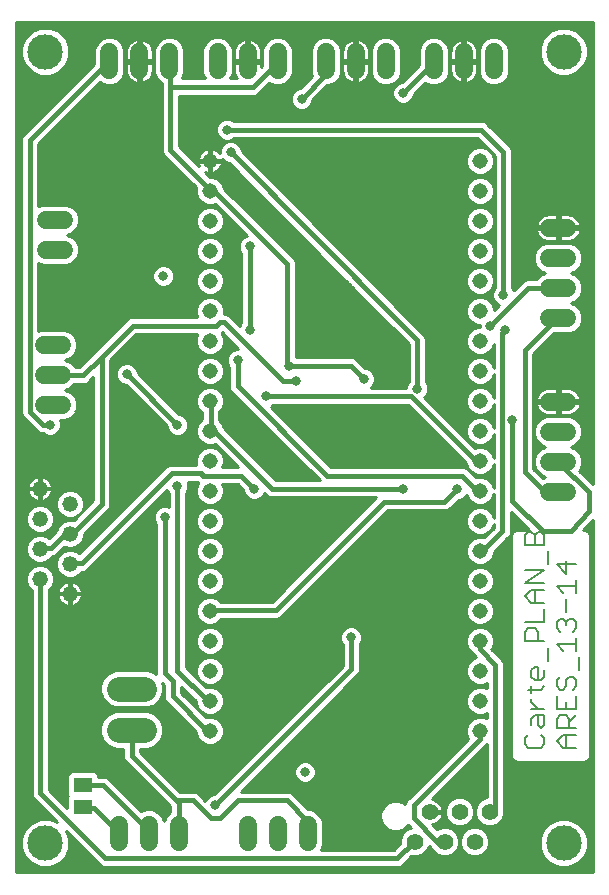
<source format=gtl>
G75*
%MOIN*%
%OFA0B0*%
%FSLAX24Y24*%
%IPPOS*%
%LPD*%
%AMOC8*
5,1,8,0,0,1.08239X$1,22.5*
%
%ADD10C,0.0060*%
%ADD11C,0.0515*%
%ADD12C,0.0520*%
%ADD13C,0.0594*%
%ADD14C,0.0600*%
%ADD15C,0.0840*%
%ADD16R,0.0630X0.0512*%
%ADD17C,0.0560*%
%ADD18C,0.0317*%
%ADD19C,0.0100*%
%ADD20C,0.0157*%
%ADD21C,0.0160*%
%ADD22C,0.1181*%
D10*
X017810Y006431D02*
X017917Y006324D01*
X018344Y006324D01*
X018451Y006431D01*
X018451Y006645D01*
X018344Y006751D01*
X018344Y006969D02*
X018237Y007076D01*
X018237Y007396D01*
X018131Y007396D02*
X018451Y007396D01*
X018451Y007076D01*
X018344Y006969D01*
X018024Y007076D02*
X018024Y007289D01*
X018131Y007396D01*
X018237Y007613D02*
X018024Y007827D01*
X018024Y007934D01*
X018024Y008151D02*
X018024Y008364D01*
X017917Y008257D02*
X018344Y008257D01*
X018451Y008364D01*
X018344Y008580D02*
X018131Y008580D01*
X018024Y008687D01*
X018024Y008901D01*
X018131Y009007D01*
X018237Y009007D01*
X018237Y008580D01*
X018344Y008580D02*
X018451Y008687D01*
X018451Y008901D01*
X018558Y009225D02*
X018558Y009652D01*
X018451Y009869D02*
X017810Y009869D01*
X017810Y010190D01*
X017917Y010296D01*
X018131Y010296D01*
X018237Y010190D01*
X018237Y009869D01*
X018451Y010514D02*
X017810Y010514D01*
X018024Y011158D02*
X017810Y011372D01*
X018024Y011585D01*
X018451Y011585D01*
X018451Y011803D02*
X017810Y011803D01*
X018451Y012230D01*
X017810Y012230D01*
X017810Y013092D02*
X017810Y013412D01*
X017917Y013519D01*
X018024Y013519D01*
X018131Y013412D01*
X018131Y013092D01*
X018451Y013092D02*
X017810Y013092D01*
X018131Y013412D02*
X018237Y013519D01*
X018344Y013519D01*
X018451Y013412D01*
X018451Y013092D01*
X018558Y012875D02*
X018558Y012448D01*
X018860Y012446D02*
X019181Y012125D01*
X019181Y012552D01*
X019501Y012446D02*
X018860Y012446D01*
X018860Y011694D02*
X019501Y011694D01*
X019501Y011481D02*
X019501Y011908D01*
X019074Y011481D02*
X018860Y011694D01*
X019181Y011263D02*
X019181Y010836D01*
X019287Y010619D02*
X019181Y010512D01*
X019181Y010405D01*
X019181Y010512D02*
X019074Y010619D01*
X018967Y010619D01*
X018860Y010512D01*
X018860Y010298D01*
X018967Y010192D01*
X018860Y009761D02*
X019501Y009761D01*
X019501Y009974D02*
X019501Y009547D01*
X019608Y009330D02*
X019608Y008903D01*
X019394Y008685D02*
X019501Y008578D01*
X019501Y008365D01*
X019394Y008258D01*
X019181Y008365D02*
X019181Y008578D01*
X019287Y008685D01*
X019394Y008685D01*
X019181Y008365D02*
X019074Y008258D01*
X018967Y008258D01*
X018860Y008365D01*
X018860Y008578D01*
X018967Y008685D01*
X018860Y008040D02*
X018860Y007613D01*
X019501Y007613D01*
X019501Y008040D01*
X019181Y007827D02*
X019181Y007613D01*
X019181Y007396D02*
X018967Y007396D01*
X018860Y007289D01*
X018860Y006969D01*
X019501Y006969D01*
X019287Y006969D02*
X019287Y007289D01*
X019181Y007396D01*
X019287Y007182D02*
X019501Y007396D01*
X019501Y006751D02*
X019074Y006751D01*
X018860Y006538D01*
X019074Y006324D01*
X019501Y006324D01*
X019181Y006324D02*
X019181Y006751D01*
X018451Y007613D02*
X018024Y007613D01*
X017917Y006751D02*
X017810Y006645D01*
X017810Y006431D01*
X019074Y009547D02*
X018860Y009761D01*
X019394Y010192D02*
X019501Y010298D01*
X019501Y010512D01*
X019394Y010619D01*
X019287Y010619D01*
X018451Y010514D02*
X018451Y010941D01*
X018451Y011158D02*
X018024Y011158D01*
X018131Y011158D02*
X018131Y011585D01*
D11*
X016303Y011889D03*
X016303Y010889D03*
X016303Y009889D03*
X016303Y008889D03*
X016303Y007889D03*
X016303Y006889D03*
X016303Y012889D03*
X016303Y013889D03*
X016303Y014889D03*
X016303Y015889D03*
X016303Y016889D03*
X016303Y017889D03*
X016303Y018889D03*
X016303Y019889D03*
X016303Y020889D03*
X016303Y021889D03*
X016303Y022889D03*
X016303Y023889D03*
X016303Y024889D03*
X016303Y025889D03*
X007303Y025889D03*
X007303Y024889D03*
X007303Y023889D03*
X007303Y022889D03*
X007303Y021889D03*
X007303Y020889D03*
X007303Y019889D03*
X007303Y018889D03*
X007303Y017889D03*
X007303Y016889D03*
X007303Y015889D03*
X007303Y014889D03*
X007303Y013889D03*
X007303Y012889D03*
X007303Y011889D03*
X007303Y010889D03*
X007303Y009889D03*
X007303Y008889D03*
X007303Y007889D03*
X007303Y006889D03*
D12*
X002633Y011458D03*
X002633Y012458D03*
X002633Y013458D03*
X002633Y014458D03*
X001633Y014958D03*
X001633Y013958D03*
X001633Y012958D03*
X001633Y011958D03*
D13*
X004271Y003760D02*
X004271Y003167D01*
X005271Y003167D02*
X005271Y003760D01*
X006271Y003760D02*
X006271Y003167D01*
X008559Y003167D02*
X008559Y003760D01*
X009559Y003760D02*
X009559Y003167D01*
X010559Y003167D02*
X010559Y003760D01*
X002430Y022920D02*
X001836Y022920D01*
X001836Y023920D02*
X002430Y023920D01*
X003952Y028911D02*
X003952Y029505D01*
X004952Y029505D02*
X004952Y028911D01*
X005952Y028911D02*
X005952Y029505D01*
X007559Y029505D02*
X007559Y028911D01*
X008559Y028911D02*
X008559Y029505D01*
X009559Y029505D02*
X009559Y028911D01*
X011165Y028911D02*
X011165Y029505D01*
X012165Y029505D02*
X012165Y028911D01*
X013165Y028911D02*
X013165Y029505D01*
X014771Y029505D02*
X014771Y028911D01*
X015771Y028911D02*
X015771Y029505D01*
X016771Y029505D02*
X016771Y028911D01*
D14*
X018609Y023645D02*
X019209Y023645D01*
X019209Y022645D02*
X018609Y022645D01*
X018609Y021645D02*
X019209Y021645D01*
X019209Y020645D02*
X018609Y020645D01*
X018609Y017857D02*
X019209Y017857D01*
X019209Y016857D02*
X018609Y016857D01*
X018609Y015857D02*
X019209Y015857D01*
X019209Y014857D02*
X018609Y014857D01*
X002366Y017747D02*
X001766Y017747D01*
X001766Y018747D02*
X002366Y018747D01*
X002366Y019747D02*
X001766Y019747D01*
D15*
X004280Y008290D02*
X005120Y008290D01*
X005120Y006912D02*
X004280Y006912D01*
D16*
X003059Y005082D03*
X003059Y004334D03*
D17*
X014129Y003184D03*
X014629Y004184D03*
X015129Y003184D03*
X015629Y004184D03*
X016129Y003184D03*
X016629Y004184D03*
D18*
X013814Y011007D03*
X012429Y011141D03*
X012011Y009995D03*
X009618Y007129D03*
X010476Y005507D03*
X007484Y004405D03*
X007161Y005113D03*
X005862Y006046D03*
X005791Y014011D03*
X006224Y015034D03*
X006224Y017082D03*
X004531Y018775D03*
X005751Y022042D03*
X008232Y019247D03*
X008625Y020231D03*
X009925Y019050D03*
X010161Y018538D03*
X010007Y017381D03*
X009177Y018027D03*
X008783Y014956D03*
X012366Y015901D03*
X013606Y016672D03*
X014216Y018290D03*
X015200Y018499D03*
X016657Y020389D03*
X017129Y020231D03*
X017090Y021412D03*
X017377Y017235D03*
X015555Y014956D03*
X013744Y014956D03*
X012444Y018617D03*
X008625Y023027D03*
X010476Y025979D03*
X010358Y027948D03*
X007996Y026176D03*
X007877Y026924D03*
X013744Y028145D03*
X001972Y017082D03*
D19*
X000841Y030496D02*
X000841Y002171D01*
X020072Y002171D01*
X020072Y013926D01*
X019756Y013581D01*
X019776Y013581D01*
X019799Y013578D01*
X019822Y013573D01*
X019844Y013565D01*
X019865Y013555D01*
X019885Y013543D01*
X019903Y013528D01*
X019919Y013512D01*
X019934Y013493D01*
X019946Y013474D01*
X019956Y013453D01*
X019964Y013431D01*
X019969Y013408D01*
X019972Y013385D01*
X019972Y006049D01*
X019969Y006026D01*
X019964Y006003D01*
X019956Y005981D01*
X019946Y005960D01*
X019934Y005941D01*
X019919Y005923D01*
X019903Y005906D01*
X019885Y005891D01*
X019865Y005879D01*
X019844Y005869D01*
X019822Y005861D01*
X019799Y005856D01*
X019776Y005853D01*
X017536Y005853D01*
X017513Y005856D01*
X017490Y005861D01*
X017468Y005869D01*
X017447Y005879D01*
X017427Y005891D01*
X017409Y005906D01*
X017393Y005923D01*
X017378Y005941D01*
X017366Y005960D01*
X017356Y005981D01*
X017348Y006003D01*
X017343Y006026D01*
X017340Y006049D01*
X017340Y013385D01*
X017343Y013408D01*
X017348Y013431D01*
X017356Y013453D01*
X017366Y013474D01*
X017378Y013493D01*
X017393Y013512D01*
X017409Y013528D01*
X017427Y013543D01*
X017447Y013555D01*
X017468Y013565D01*
X017490Y013573D01*
X017513Y013578D01*
X017536Y013581D01*
X017955Y013581D01*
X017337Y014175D01*
X017337Y013481D01*
X017293Y013376D01*
X017213Y013296D01*
X016768Y012851D01*
X016768Y012796D01*
X016697Y012625D01*
X016566Y012495D01*
X016395Y012424D01*
X016210Y012424D01*
X016039Y012495D01*
X015908Y012625D01*
X015838Y012796D01*
X015838Y012981D01*
X015908Y013152D01*
X016039Y013283D01*
X016210Y013354D01*
X016395Y013354D01*
X016442Y013334D01*
X016764Y013657D01*
X016764Y013789D01*
X016697Y013625D01*
X016566Y013495D01*
X016395Y013424D01*
X016210Y013424D01*
X016039Y013495D01*
X015908Y013625D01*
X015838Y013796D01*
X015838Y013981D01*
X015908Y014152D01*
X016039Y014283D01*
X016210Y014354D01*
X016395Y014354D01*
X016566Y014283D01*
X016697Y014152D01*
X016764Y013989D01*
X016764Y014789D01*
X016697Y014625D01*
X016566Y014495D01*
X016395Y014424D01*
X016210Y014424D01*
X016039Y014495D01*
X015908Y014625D01*
X015860Y014743D01*
X015762Y014645D01*
X015627Y014590D01*
X015593Y014590D01*
X015284Y014280D01*
X015178Y014236D01*
X013232Y014236D01*
X009654Y010658D01*
X009549Y010614D01*
X007686Y010614D01*
X007566Y010495D01*
X007395Y010424D01*
X007210Y010424D01*
X007039Y010495D01*
X006908Y010625D01*
X006838Y010796D01*
X006838Y010981D01*
X006908Y011152D01*
X007039Y011283D01*
X007210Y011354D01*
X007395Y011354D01*
X007566Y011283D01*
X007662Y011187D01*
X009373Y011187D01*
X012856Y014670D01*
X009317Y014670D01*
X009211Y014713D01*
X009118Y014807D01*
X009093Y014748D01*
X008990Y014645D01*
X008856Y014590D01*
X008710Y014590D01*
X008575Y014645D01*
X008472Y014748D01*
X008417Y014883D01*
X008417Y014917D01*
X008231Y015103D01*
X007717Y015103D01*
X007768Y014981D01*
X007768Y014796D01*
X007697Y014625D01*
X007566Y014495D01*
X007395Y014424D01*
X007210Y014424D01*
X007039Y014495D01*
X006908Y014625D01*
X006838Y014796D01*
X006838Y014981D01*
X006908Y015152D01*
X006915Y015159D01*
X006893Y015181D01*
X006559Y015181D01*
X006590Y015107D01*
X006590Y014962D01*
X006534Y014827D01*
X006510Y014803D01*
X006510Y009011D01*
X007180Y008341D01*
X007210Y008354D01*
X007395Y008354D01*
X007566Y008283D01*
X007697Y008152D01*
X007768Y007981D01*
X007768Y007796D01*
X007697Y007625D01*
X007566Y007495D01*
X007395Y007424D01*
X007210Y007424D01*
X007039Y007495D01*
X006908Y007625D01*
X006838Y007796D01*
X006838Y007874D01*
X006353Y008359D01*
X006353Y008145D01*
X007163Y007334D01*
X007210Y007354D01*
X007395Y007354D01*
X007566Y007283D01*
X007697Y007152D01*
X007768Y006981D01*
X007768Y006796D01*
X007697Y006625D01*
X007566Y006495D01*
X007395Y006424D01*
X007210Y006424D01*
X007039Y006495D01*
X006908Y006625D01*
X006838Y006796D01*
X006838Y006851D01*
X005904Y007784D01*
X005824Y007864D01*
X005780Y007970D01*
X005780Y008420D01*
X005722Y008479D01*
X005748Y008415D01*
X005748Y008166D01*
X005652Y007935D01*
X005476Y007758D01*
X005245Y007663D01*
X004155Y007663D01*
X003925Y007758D01*
X003748Y007935D01*
X003653Y008166D01*
X003653Y008415D01*
X003748Y008646D01*
X003925Y008822D01*
X004155Y008918D01*
X005245Y008918D01*
X005476Y008822D01*
X005505Y008793D01*
X005505Y013779D01*
X005480Y013803D01*
X005425Y013938D01*
X005425Y014084D01*
X005480Y014218D01*
X005583Y014321D01*
X005718Y014377D01*
X005864Y014377D01*
X005938Y014346D01*
X005938Y014803D01*
X005913Y014827D01*
X005878Y014913D01*
X003197Y012233D01*
X003092Y012189D01*
X003026Y012189D01*
X002898Y012061D01*
X002726Y011990D01*
X002540Y011990D01*
X002369Y012061D01*
X002237Y012193D01*
X002166Y012365D01*
X002166Y012551D01*
X002237Y012723D01*
X002369Y012854D01*
X002540Y012925D01*
X002726Y012925D01*
X002898Y012854D01*
X002953Y012799D01*
X005784Y015630D01*
X005865Y015710D01*
X005970Y015754D01*
X006855Y015754D01*
X006838Y015796D01*
X006838Y015981D01*
X006908Y016152D01*
X007039Y016283D01*
X007210Y016354D01*
X007395Y016354D01*
X007566Y016283D01*
X007697Y016152D01*
X007768Y015981D01*
X007768Y015796D01*
X007717Y015675D01*
X008249Y015675D01*
X007470Y016455D01*
X007395Y016424D01*
X007210Y016424D01*
X007039Y016495D01*
X006908Y016625D01*
X006838Y016796D01*
X006838Y016981D01*
X006908Y017152D01*
X007039Y017283D01*
X007040Y017283D01*
X007040Y017494D01*
X007039Y017495D01*
X006908Y017625D01*
X006838Y017796D01*
X006838Y017981D01*
X006908Y018152D01*
X007039Y018283D01*
X007210Y018354D01*
X007395Y018354D01*
X007566Y018283D01*
X007697Y018152D01*
X007768Y017981D01*
X007768Y017796D01*
X007697Y017625D01*
X007612Y017541D01*
X007612Y017237D01*
X007697Y017152D01*
X007768Y016981D01*
X007768Y016966D01*
X009492Y015242D01*
X010966Y015242D01*
X007989Y018219D01*
X007946Y018324D01*
X007946Y019015D01*
X007921Y019040D01*
X007866Y019174D01*
X007866Y019320D01*
X007921Y019455D01*
X008024Y019558D01*
X008159Y019613D01*
X008248Y019613D01*
X007700Y020161D01*
X007694Y020155D01*
X007697Y020152D01*
X007768Y019981D01*
X007768Y019796D01*
X007697Y019625D01*
X007566Y019495D01*
X007395Y019424D01*
X007210Y019424D01*
X007039Y019495D01*
X006908Y019625D01*
X006838Y019796D01*
X006838Y019981D01*
X006888Y020103D01*
X004846Y020103D01*
X003990Y019247D01*
X003990Y014387D01*
X003947Y014282D01*
X003866Y014201D01*
X003101Y013436D01*
X003101Y013365D01*
X003030Y013193D01*
X002898Y013061D01*
X002726Y012990D01*
X002540Y012990D01*
X002455Y013026D01*
X002173Y012745D01*
X002068Y012701D01*
X002033Y012701D01*
X002030Y012693D01*
X001898Y012561D01*
X001726Y012490D01*
X001540Y012490D01*
X001369Y012561D01*
X001237Y012693D01*
X001166Y012865D01*
X001166Y013051D01*
X001237Y013223D01*
X001369Y013354D01*
X001540Y013425D01*
X001726Y013425D01*
X001898Y013354D01*
X001936Y013316D01*
X002166Y013547D01*
X002166Y013551D01*
X002237Y013723D01*
X002369Y013854D01*
X002540Y013925D01*
X002726Y013925D01*
X002765Y013909D01*
X003418Y014562D01*
X003418Y018674D01*
X003317Y018573D01*
X003317Y018573D01*
X003236Y018493D01*
X003131Y018449D01*
X002786Y018449D01*
X002654Y018317D01*
X002485Y018247D01*
X002654Y018177D01*
X002797Y018035D01*
X002874Y017848D01*
X002874Y017646D01*
X002797Y017460D01*
X002654Y017317D01*
X002467Y017240D01*
X002303Y017240D01*
X002338Y017155D01*
X002338Y017009D01*
X002282Y016874D01*
X002179Y016771D01*
X002045Y016715D01*
X001899Y016715D01*
X001764Y016771D01*
X001740Y016795D01*
X001679Y016795D01*
X001574Y016839D01*
X001140Y017272D01*
X001060Y017353D01*
X001016Y017458D01*
X001016Y026627D01*
X001060Y026732D01*
X003448Y029120D01*
X003448Y029605D01*
X003525Y029790D01*
X003667Y029932D01*
X003852Y030009D01*
X004053Y030009D01*
X004238Y029932D01*
X004380Y029790D01*
X004457Y029605D01*
X004457Y028811D01*
X004380Y028625D01*
X004238Y028483D01*
X004053Y028407D01*
X003852Y028407D01*
X003667Y028483D01*
X003644Y028506D01*
X001589Y026451D01*
X001589Y024364D01*
X001736Y024425D01*
X002531Y024425D01*
X002716Y024348D01*
X002858Y024206D01*
X002935Y024021D01*
X002935Y023820D01*
X002858Y023635D01*
X002716Y023493D01*
X002541Y023420D01*
X002716Y023348D01*
X002858Y023206D01*
X002935Y023021D01*
X002935Y022820D01*
X002858Y022635D01*
X002716Y022493D01*
X002531Y022416D01*
X001736Y022416D01*
X001589Y022477D01*
X001589Y020223D01*
X001665Y020255D01*
X002467Y020255D01*
X002654Y020177D01*
X002797Y020035D01*
X002874Y019848D01*
X002874Y019646D01*
X002797Y019460D01*
X002654Y019317D01*
X002485Y019247D01*
X002654Y019177D01*
X002797Y019035D01*
X002802Y019021D01*
X002956Y019021D01*
X003422Y019488D01*
X003422Y019488D01*
X003503Y019568D01*
X003503Y019568D01*
X004566Y020631D01*
X004671Y020675D01*
X006888Y020675D01*
X006838Y020796D01*
X006838Y020981D01*
X006908Y021152D01*
X007039Y021283D01*
X007210Y021354D01*
X007395Y021354D01*
X007566Y021283D01*
X007697Y021152D01*
X007768Y020981D01*
X007768Y020796D01*
X007766Y020793D01*
X007816Y020793D01*
X007921Y020750D01*
X008002Y020669D01*
X008291Y020380D01*
X008315Y020439D01*
X008339Y020463D01*
X008339Y022795D01*
X008315Y022819D01*
X008259Y022954D01*
X008259Y023099D01*
X008315Y023234D01*
X008418Y023337D01*
X008532Y023384D01*
X007464Y024452D01*
X007395Y024424D01*
X007210Y024424D01*
X007039Y024495D01*
X006908Y024625D01*
X006838Y024796D01*
X006838Y024981D01*
X006843Y024995D01*
X005745Y026093D01*
X005701Y026198D01*
X005701Y028469D01*
X005667Y028483D01*
X005525Y028625D01*
X005448Y028811D01*
X005448Y029605D01*
X005525Y029790D01*
X005667Y029932D01*
X005852Y030009D01*
X006053Y030009D01*
X006238Y029932D01*
X006380Y029790D01*
X006457Y029605D01*
X006457Y028811D01*
X006381Y028628D01*
X007130Y028628D01*
X007054Y028811D01*
X007054Y029605D01*
X007131Y029790D01*
X007273Y029932D01*
X007458Y030009D01*
X007659Y030009D01*
X007844Y029932D01*
X007986Y029790D01*
X008063Y029605D01*
X008063Y028811D01*
X007987Y028628D01*
X008212Y028628D01*
X008176Y028677D01*
X008144Y028739D01*
X008123Y028806D01*
X008112Y028876D01*
X008112Y029159D01*
X008510Y029159D01*
X008510Y029256D01*
X008112Y029256D01*
X008112Y029540D01*
X008123Y029609D01*
X008144Y029676D01*
X008176Y029739D01*
X008218Y029796D01*
X008267Y029845D01*
X008324Y029887D01*
X008387Y029919D01*
X008454Y029940D01*
X008510Y029949D01*
X008510Y029256D01*
X008607Y029256D01*
X009005Y029256D01*
X009005Y029540D01*
X008994Y029609D01*
X008973Y029676D01*
X008941Y029739D01*
X008899Y029796D01*
X008850Y029845D01*
X008793Y029887D01*
X008730Y029919D01*
X008663Y029940D01*
X008607Y029949D01*
X008607Y029256D01*
X008607Y029159D01*
X009005Y029159D01*
X009005Y029008D01*
X009054Y029057D01*
X009054Y029605D01*
X009131Y029790D01*
X009273Y029932D01*
X009458Y030009D01*
X009659Y030009D01*
X009844Y029932D01*
X009986Y029790D01*
X010063Y029605D01*
X010063Y028811D01*
X009986Y028625D01*
X009844Y028483D01*
X009659Y028407D01*
X009458Y028407D01*
X009285Y028478D01*
X008986Y028179D01*
X008906Y028099D01*
X008801Y028055D01*
X006274Y028055D01*
X006274Y026373D01*
X006935Y025712D01*
X006925Y025732D01*
X006905Y025793D01*
X006895Y025857D01*
X006895Y025860D01*
X007274Y025860D01*
X007331Y025860D01*
X007331Y025481D01*
X007335Y025481D01*
X007398Y025491D01*
X007459Y025511D01*
X007516Y025540D01*
X007568Y025578D01*
X007613Y025623D01*
X007651Y025675D01*
X007680Y025732D01*
X007700Y025793D01*
X007710Y025857D01*
X007710Y025860D01*
X007331Y025860D01*
X007331Y025918D01*
X007274Y025918D01*
X007274Y026296D01*
X007271Y026296D01*
X007207Y026286D01*
X007146Y026266D01*
X007089Y026237D01*
X007037Y026200D01*
X006992Y026154D01*
X006954Y026102D01*
X006925Y026045D01*
X006905Y025984D01*
X006895Y025921D01*
X006895Y025918D01*
X007274Y025918D01*
X007274Y025860D01*
X007274Y025481D01*
X007271Y025481D01*
X007207Y025491D01*
X007146Y025511D01*
X007126Y025522D01*
X007294Y025354D01*
X007395Y025354D01*
X007566Y025283D01*
X007697Y025152D01*
X007768Y024981D01*
X007768Y024959D01*
X010128Y022598D01*
X010172Y022493D01*
X010172Y019336D01*
X012068Y019336D01*
X012173Y019293D01*
X012483Y018983D01*
X012517Y018983D01*
X012652Y018928D01*
X012755Y018825D01*
X012811Y018690D01*
X012811Y018544D01*
X012755Y018410D01*
X012658Y018313D01*
X013850Y018313D01*
X013850Y018363D01*
X013906Y018498D01*
X013930Y018522D01*
X013930Y019778D01*
X013431Y020277D01*
X013431Y020277D01*
X013391Y020317D01*
X013351Y020357D01*
X007955Y025810D01*
X007923Y025810D01*
X007788Y025866D01*
X007706Y025948D01*
X007710Y025921D01*
X007710Y025918D01*
X007331Y025918D01*
X007331Y026296D01*
X007335Y026296D01*
X007398Y026286D01*
X007459Y026266D01*
X007516Y026237D01*
X007568Y026200D01*
X007613Y026154D01*
X007629Y026132D01*
X007629Y026249D01*
X007685Y026384D01*
X007788Y026487D01*
X007923Y026542D01*
X008068Y026542D01*
X008203Y026487D01*
X008306Y026384D01*
X008362Y026249D01*
X008362Y026213D01*
X013797Y020721D01*
X014378Y020139D01*
X014459Y020059D01*
X014502Y019954D01*
X014502Y018522D01*
X014526Y018498D01*
X014582Y018363D01*
X014582Y018218D01*
X014526Y018083D01*
X014447Y018003D01*
X016130Y016321D01*
X016210Y016354D01*
X016395Y016354D01*
X016566Y016283D01*
X016697Y016152D01*
X016764Y015989D01*
X016764Y016789D01*
X016697Y016625D01*
X016566Y016495D01*
X016395Y016424D01*
X016210Y016424D01*
X016039Y016495D01*
X015908Y016625D01*
X015838Y016796D01*
X015838Y016981D01*
X015908Y017152D01*
X016039Y017283D01*
X016210Y017354D01*
X016395Y017354D01*
X016566Y017283D01*
X016697Y017152D01*
X016764Y016989D01*
X016764Y017789D01*
X016697Y017625D01*
X016566Y017495D01*
X016395Y017424D01*
X016210Y017424D01*
X016039Y017495D01*
X015908Y017625D01*
X015838Y017796D01*
X015838Y017981D01*
X015908Y018152D01*
X016039Y018283D01*
X016210Y018354D01*
X016395Y018354D01*
X016566Y018283D01*
X016697Y018152D01*
X016764Y017989D01*
X016764Y018789D01*
X016697Y018625D01*
X016566Y018495D01*
X016395Y018424D01*
X016210Y018424D01*
X016039Y018495D01*
X015908Y018625D01*
X015838Y018796D01*
X015838Y018981D01*
X015908Y019152D01*
X016039Y019283D01*
X016210Y019354D01*
X016395Y019354D01*
X016566Y019283D01*
X016697Y019152D01*
X016764Y018989D01*
X016764Y019789D01*
X016697Y019625D01*
X016566Y019495D01*
X016395Y019424D01*
X016210Y019424D01*
X016039Y019495D01*
X015908Y019625D01*
X015838Y019796D01*
X015838Y019981D01*
X015908Y020152D01*
X016039Y020283D01*
X016210Y020354D01*
X016291Y020354D01*
X016291Y020424D01*
X016210Y020424D01*
X016039Y020495D01*
X015908Y020625D01*
X015838Y020796D01*
X015838Y020981D01*
X015908Y021152D01*
X016039Y021283D01*
X016210Y021354D01*
X016395Y021354D01*
X016566Y021283D01*
X016697Y021152D01*
X016768Y020981D01*
X016768Y020904D01*
X016941Y021078D01*
X016883Y021102D01*
X016780Y021205D01*
X016724Y021340D01*
X016724Y021485D01*
X016780Y021620D01*
X016804Y021644D01*
X016804Y026058D01*
X016223Y026638D01*
X008109Y026638D01*
X008085Y026614D01*
X007950Y026558D01*
X007805Y026558D01*
X007670Y026614D01*
X007567Y026717D01*
X007511Y026851D01*
X007511Y026997D01*
X007567Y027132D01*
X007670Y027235D01*
X007805Y027290D01*
X007950Y027290D01*
X008085Y027235D01*
X008109Y027210D01*
X016399Y027210D01*
X016504Y027167D01*
X016585Y027086D01*
X017333Y026338D01*
X017376Y026233D01*
X017376Y021644D01*
X017400Y021620D01*
X017425Y021561D01*
X017674Y021811D01*
X017755Y021891D01*
X017860Y021935D01*
X018181Y021935D01*
X018321Y022075D01*
X018490Y022145D01*
X018321Y022214D01*
X018179Y022357D01*
X018101Y022544D01*
X018101Y022746D01*
X018179Y022932D01*
X018321Y023075D01*
X018508Y023152D01*
X019310Y023152D01*
X019496Y023075D01*
X019639Y022932D01*
X019716Y022746D01*
X019716Y022544D01*
X019639Y022357D01*
X019496Y022214D01*
X019328Y022145D01*
X019496Y022075D01*
X019639Y021932D01*
X019716Y021746D01*
X019716Y021544D01*
X019639Y021357D01*
X019496Y021214D01*
X019328Y021145D01*
X019496Y021075D01*
X019639Y020932D01*
X019716Y020746D01*
X019716Y020544D01*
X019639Y020357D01*
X019496Y020214D01*
X019310Y020137D01*
X018779Y020137D01*
X018085Y019443D01*
X018085Y015625D01*
X018393Y015317D01*
X018490Y015357D01*
X018321Y015427D01*
X018179Y015570D01*
X018101Y015756D01*
X018101Y015958D01*
X018179Y016145D01*
X018321Y016288D01*
X018490Y016357D01*
X018321Y016427D01*
X018179Y016570D01*
X018101Y016756D01*
X018101Y016958D01*
X018179Y017145D01*
X018321Y017288D01*
X018508Y017365D01*
X019310Y017365D01*
X019496Y017288D01*
X019639Y017145D01*
X019716Y016958D01*
X019716Y016756D01*
X019639Y016570D01*
X019496Y016427D01*
X019328Y016357D01*
X019496Y016288D01*
X019639Y016145D01*
X019716Y015958D01*
X019716Y015756D01*
X019639Y015570D01*
X019621Y015552D01*
X020072Y015101D01*
X020072Y030496D01*
X000841Y030496D01*
X000841Y030430D02*
X020072Y030430D01*
X020072Y030332D02*
X000841Y030332D01*
X000841Y030233D02*
X001444Y030233D01*
X001362Y030199D02*
X001138Y029975D01*
X001016Y029681D01*
X001016Y029364D01*
X001138Y029071D01*
X001362Y028846D01*
X001656Y028725D01*
X001973Y028725D01*
X002266Y028846D01*
X002491Y029071D01*
X002612Y029364D01*
X002612Y029681D01*
X002491Y029975D01*
X002266Y030199D01*
X001973Y030321D01*
X001656Y030321D01*
X001362Y030199D01*
X001298Y030135D02*
X000841Y030135D01*
X000841Y030036D02*
X001199Y030036D01*
X001123Y029938D02*
X000841Y029938D01*
X000841Y029839D02*
X001082Y029839D01*
X001041Y029741D02*
X000841Y029741D01*
X000841Y029642D02*
X001016Y029642D01*
X001016Y029544D02*
X000841Y029544D01*
X000841Y029445D02*
X001016Y029445D01*
X001024Y029347D02*
X000841Y029347D01*
X000841Y029248D02*
X001064Y029248D01*
X001105Y029150D02*
X000841Y029150D01*
X000841Y029051D02*
X001157Y029051D01*
X001256Y028953D02*
X000841Y028953D01*
X000841Y028854D02*
X001354Y028854D01*
X001581Y028756D02*
X000841Y028756D01*
X000841Y028657D02*
X002985Y028657D01*
X002887Y028559D02*
X000841Y028559D01*
X000841Y028460D02*
X002788Y028460D01*
X002690Y028362D02*
X000841Y028362D01*
X000841Y028263D02*
X002591Y028263D01*
X002493Y028165D02*
X000841Y028165D01*
X000841Y028066D02*
X002394Y028066D01*
X002296Y027968D02*
X000841Y027968D01*
X000841Y027869D02*
X002197Y027869D01*
X002099Y027771D02*
X000841Y027771D01*
X000841Y027672D02*
X002000Y027672D01*
X001902Y027574D02*
X000841Y027574D01*
X000841Y027475D02*
X001803Y027475D01*
X001705Y027377D02*
X000841Y027377D01*
X000841Y027278D02*
X001606Y027278D01*
X001508Y027180D02*
X000841Y027180D01*
X000841Y027081D02*
X001409Y027081D01*
X001311Y026983D02*
X000841Y026983D01*
X000841Y026884D02*
X001212Y026884D01*
X001114Y026786D02*
X000841Y026786D01*
X000841Y026687D02*
X001041Y026687D01*
X001016Y026589D02*
X000841Y026589D01*
X000841Y026490D02*
X001016Y026490D01*
X001016Y026392D02*
X000841Y026392D01*
X000841Y026293D02*
X001016Y026293D01*
X001016Y026195D02*
X000841Y026195D01*
X000841Y026096D02*
X001016Y026096D01*
X001016Y025998D02*
X000841Y025998D01*
X000841Y025899D02*
X001016Y025899D01*
X001016Y025801D02*
X000841Y025801D01*
X000841Y025702D02*
X001016Y025702D01*
X001016Y025604D02*
X000841Y025604D01*
X000841Y025505D02*
X001016Y025505D01*
X001016Y025407D02*
X000841Y025407D01*
X000841Y025308D02*
X001016Y025308D01*
X001016Y025210D02*
X000841Y025210D01*
X000841Y025111D02*
X001016Y025111D01*
X001016Y025013D02*
X000841Y025013D01*
X000841Y024914D02*
X001016Y024914D01*
X001016Y024816D02*
X000841Y024816D01*
X000841Y024717D02*
X001016Y024717D01*
X001016Y024619D02*
X000841Y024619D01*
X000841Y024520D02*
X001016Y024520D01*
X001016Y024422D02*
X000841Y024422D01*
X000841Y024323D02*
X001016Y024323D01*
X001016Y024225D02*
X000841Y024225D01*
X000841Y024126D02*
X001016Y024126D01*
X001016Y024028D02*
X000841Y024028D01*
X000841Y023929D02*
X001016Y023929D01*
X001016Y023831D02*
X000841Y023831D01*
X000841Y023732D02*
X001016Y023732D01*
X001016Y023634D02*
X000841Y023634D01*
X000841Y023535D02*
X001016Y023535D01*
X001016Y023437D02*
X000841Y023437D01*
X000841Y023338D02*
X001016Y023338D01*
X001016Y023240D02*
X000841Y023240D01*
X000841Y023141D02*
X001016Y023141D01*
X001016Y023043D02*
X000841Y023043D01*
X000841Y022944D02*
X001016Y022944D01*
X001016Y022846D02*
X000841Y022846D01*
X000841Y022747D02*
X001016Y022747D01*
X001016Y022649D02*
X000841Y022649D01*
X000841Y022550D02*
X001016Y022550D01*
X001016Y022452D02*
X000841Y022452D01*
X000841Y022353D02*
X001016Y022353D01*
X001016Y022255D02*
X000841Y022255D01*
X000841Y022156D02*
X001016Y022156D01*
X001016Y022058D02*
X000841Y022058D01*
X000841Y021959D02*
X001016Y021959D01*
X001016Y021861D02*
X000841Y021861D01*
X000841Y021762D02*
X001016Y021762D01*
X001016Y021664D02*
X000841Y021664D01*
X000841Y021565D02*
X001016Y021565D01*
X001016Y021467D02*
X000841Y021467D01*
X000841Y021368D02*
X001016Y021368D01*
X001016Y021270D02*
X000841Y021270D01*
X000841Y021171D02*
X001016Y021171D01*
X001016Y021073D02*
X000841Y021073D01*
X000841Y020974D02*
X001016Y020974D01*
X001016Y020876D02*
X000841Y020876D01*
X000841Y020777D02*
X001016Y020777D01*
X001016Y020679D02*
X000841Y020679D01*
X000841Y020580D02*
X001016Y020580D01*
X001016Y020482D02*
X000841Y020482D01*
X000841Y020383D02*
X001016Y020383D01*
X001016Y020285D02*
X000841Y020285D01*
X000841Y020186D02*
X001016Y020186D01*
X001016Y020088D02*
X000841Y020088D01*
X000841Y019989D02*
X001016Y019989D01*
X001016Y019891D02*
X000841Y019891D01*
X000841Y019792D02*
X001016Y019792D01*
X001016Y019694D02*
X000841Y019694D01*
X000841Y019595D02*
X001016Y019595D01*
X001016Y019497D02*
X000841Y019497D01*
X000841Y019398D02*
X001016Y019398D01*
X001016Y019300D02*
X000841Y019300D01*
X000841Y019201D02*
X001016Y019201D01*
X001016Y019103D02*
X000841Y019103D01*
X000841Y019004D02*
X001016Y019004D01*
X001016Y018906D02*
X000841Y018906D01*
X000841Y018807D02*
X001016Y018807D01*
X001016Y018709D02*
X000841Y018709D01*
X000841Y018610D02*
X001016Y018610D01*
X001016Y018512D02*
X000841Y018512D01*
X000841Y018413D02*
X001016Y018413D01*
X001016Y018315D02*
X000841Y018315D01*
X000841Y018216D02*
X001016Y018216D01*
X001016Y018118D02*
X000841Y018118D01*
X000841Y018019D02*
X001016Y018019D01*
X001016Y017921D02*
X000841Y017921D01*
X000841Y017822D02*
X001016Y017822D01*
X001016Y017724D02*
X000841Y017724D01*
X000841Y017625D02*
X001016Y017625D01*
X001016Y017527D02*
X000841Y017527D01*
X000841Y017428D02*
X001029Y017428D01*
X001083Y017330D02*
X000841Y017330D01*
X000841Y017231D02*
X001181Y017231D01*
X001280Y017133D02*
X000841Y017133D01*
X000841Y017034D02*
X001378Y017034D01*
X001477Y016936D02*
X000841Y016936D01*
X000841Y016837D02*
X001578Y016837D01*
X001843Y016739D02*
X000841Y016739D01*
X000841Y016640D02*
X003418Y016640D01*
X003418Y016542D02*
X000841Y016542D01*
X000841Y016443D02*
X003418Y016443D01*
X003418Y016345D02*
X000841Y016345D01*
X000841Y016246D02*
X003418Y016246D01*
X003418Y016148D02*
X000841Y016148D01*
X000841Y016049D02*
X003418Y016049D01*
X003418Y015951D02*
X000841Y015951D01*
X000841Y015852D02*
X003418Y015852D01*
X003418Y015754D02*
X000841Y015754D01*
X000841Y015655D02*
X003418Y015655D01*
X003418Y015557D02*
X000841Y015557D01*
X000841Y015458D02*
X003418Y015458D01*
X003418Y015360D02*
X001716Y015360D01*
X001729Y015358D02*
X001666Y015368D01*
X001663Y015368D01*
X001663Y014988D01*
X001603Y014988D01*
X001603Y014928D01*
X001223Y014928D01*
X001223Y014925D01*
X001233Y014862D01*
X001253Y014800D01*
X001283Y014743D01*
X001321Y014691D01*
X001366Y014645D01*
X001418Y014607D01*
X001476Y014578D01*
X001537Y014558D01*
X001601Y014548D01*
X001603Y014548D01*
X001603Y014928D01*
X001663Y014928D01*
X001663Y014548D01*
X001666Y014548D01*
X001729Y014558D01*
X001791Y014578D01*
X001848Y014607D01*
X001900Y014645D01*
X001946Y014691D01*
X001984Y014743D01*
X002013Y014800D01*
X002033Y014862D01*
X002043Y014925D01*
X002043Y014928D01*
X001663Y014928D01*
X001663Y014988D01*
X002043Y014988D01*
X002043Y014990D01*
X002033Y015054D01*
X002013Y015115D01*
X001984Y015173D01*
X001946Y015225D01*
X001900Y015270D01*
X001848Y015308D01*
X001791Y015338D01*
X001729Y015358D01*
X001663Y015360D02*
X001603Y015360D01*
X001603Y015368D02*
X001601Y015368D01*
X001537Y015358D01*
X001476Y015338D01*
X001418Y015308D01*
X001366Y015270D01*
X001321Y015225D01*
X001283Y015173D01*
X001253Y015115D01*
X001233Y015054D01*
X001223Y014990D01*
X001223Y014988D01*
X001603Y014988D01*
X001603Y015368D01*
X001550Y015360D02*
X000841Y015360D01*
X000841Y015261D02*
X001357Y015261D01*
X001278Y015163D02*
X000841Y015163D01*
X000841Y015064D02*
X001237Y015064D01*
X001233Y014867D02*
X000841Y014867D01*
X000841Y014769D02*
X001270Y014769D01*
X001341Y014670D02*
X000841Y014670D01*
X000841Y014572D02*
X001495Y014572D01*
X001603Y014572D02*
X001663Y014572D01*
X001663Y014670D02*
X001603Y014670D01*
X001603Y014769D02*
X001663Y014769D01*
X001663Y014867D02*
X001603Y014867D01*
X001603Y014966D02*
X000841Y014966D01*
X000841Y014473D02*
X002166Y014473D01*
X002166Y014551D02*
X002166Y014365D01*
X002237Y014193D01*
X002369Y014061D01*
X002540Y013990D01*
X002726Y013990D01*
X002898Y014061D01*
X003030Y014193D01*
X003101Y014365D01*
X003101Y014551D01*
X003030Y014723D01*
X002898Y014854D01*
X002726Y014925D01*
X002540Y014925D01*
X002369Y014854D01*
X002237Y014723D01*
X002166Y014551D01*
X002175Y014572D02*
X001772Y014572D01*
X001726Y014425D02*
X001540Y014425D01*
X001369Y014354D01*
X001237Y014223D01*
X001166Y014051D01*
X001166Y013865D01*
X001237Y013693D01*
X001369Y013561D01*
X001540Y013490D01*
X001726Y013490D01*
X001898Y013561D01*
X002030Y013693D01*
X002101Y013865D01*
X002101Y014051D01*
X002030Y014223D01*
X001898Y014354D01*
X001726Y014425D01*
X001848Y014375D02*
X002166Y014375D01*
X002203Y014276D02*
X001976Y014276D01*
X002048Y014178D02*
X002252Y014178D01*
X002351Y014079D02*
X002089Y014079D01*
X002101Y013981D02*
X002836Y013981D01*
X002916Y014079D02*
X002935Y014079D01*
X003014Y014178D02*
X003033Y014178D01*
X003064Y014276D02*
X003132Y014276D01*
X003101Y014375D02*
X003230Y014375D01*
X003329Y014473D02*
X003101Y014473D01*
X003092Y014572D02*
X003418Y014572D01*
X003418Y014670D02*
X003051Y014670D01*
X002984Y014769D02*
X003418Y014769D01*
X003418Y014867D02*
X002866Y014867D01*
X003418Y014966D02*
X001663Y014966D01*
X001663Y015064D02*
X001603Y015064D01*
X001603Y015163D02*
X001663Y015163D01*
X001663Y015261D02*
X001603Y015261D01*
X001910Y015261D02*
X003418Y015261D01*
X003418Y015163D02*
X001989Y015163D01*
X002030Y015064D02*
X003418Y015064D01*
X003990Y015064D02*
X005219Y015064D01*
X005317Y015163D02*
X003990Y015163D01*
X003990Y015261D02*
X005416Y015261D01*
X005514Y015360D02*
X003990Y015360D01*
X003990Y015458D02*
X005613Y015458D01*
X005711Y015557D02*
X003990Y015557D01*
X003990Y015655D02*
X005810Y015655D01*
X005970Y015754D02*
X003990Y015754D01*
X003990Y015852D02*
X006838Y015852D01*
X006838Y015951D02*
X003990Y015951D01*
X003990Y016049D02*
X006866Y016049D01*
X006907Y016148D02*
X003990Y016148D01*
X003990Y016246D02*
X007002Y016246D01*
X007188Y016345D02*
X003990Y016345D01*
X003990Y016443D02*
X007164Y016443D01*
X006992Y016542D02*
X003990Y016542D01*
X003990Y016640D02*
X006902Y016640D01*
X006862Y016739D02*
X006353Y016739D01*
X006297Y016715D02*
X006431Y016771D01*
X006534Y016874D01*
X006590Y017009D01*
X006590Y017155D01*
X006534Y017289D01*
X006431Y017392D01*
X006297Y017448D01*
X006262Y017448D01*
X004897Y018813D01*
X004897Y018847D01*
X004841Y018982D01*
X004738Y019085D01*
X004604Y019141D01*
X004458Y019141D01*
X004324Y019085D01*
X004221Y018982D01*
X004165Y018847D01*
X004165Y018702D01*
X004221Y018567D01*
X004324Y018464D01*
X004458Y018408D01*
X004492Y018408D01*
X005858Y017043D01*
X005858Y017009D01*
X005913Y016874D01*
X006016Y016771D01*
X006151Y016715D01*
X006297Y016715D01*
X006095Y016739D02*
X003990Y016739D01*
X003990Y016837D02*
X005951Y016837D01*
X005888Y016936D02*
X003990Y016936D01*
X003990Y017034D02*
X005858Y017034D01*
X005768Y017133D02*
X003990Y017133D01*
X003990Y017231D02*
X005670Y017231D01*
X005571Y017330D02*
X003990Y017330D01*
X003990Y017428D02*
X005473Y017428D01*
X005374Y017527D02*
X003990Y017527D01*
X003990Y017625D02*
X005276Y017625D01*
X005177Y017724D02*
X003990Y017724D01*
X003990Y017822D02*
X005079Y017822D01*
X004980Y017921D02*
X003990Y017921D01*
X003990Y018019D02*
X004882Y018019D01*
X004783Y018118D02*
X003990Y018118D01*
X003990Y018216D02*
X004685Y018216D01*
X004586Y018315D02*
X003990Y018315D01*
X003990Y018413D02*
X004447Y018413D01*
X004276Y018512D02*
X003990Y018512D01*
X003990Y018610D02*
X004203Y018610D01*
X004165Y018709D02*
X003990Y018709D01*
X003990Y018807D02*
X004165Y018807D01*
X004189Y018906D02*
X003990Y018906D01*
X003990Y019004D02*
X004243Y019004D01*
X004366Y019103D02*
X003990Y019103D01*
X003990Y019201D02*
X006957Y019201D01*
X006908Y019152D02*
X006838Y018981D01*
X006838Y018796D01*
X006908Y018625D01*
X007039Y018495D01*
X007210Y018424D01*
X007395Y018424D01*
X007566Y018495D01*
X007697Y018625D01*
X007768Y018796D01*
X007768Y018981D01*
X007697Y019152D01*
X007566Y019283D01*
X007395Y019354D01*
X007210Y019354D01*
X007039Y019283D01*
X006908Y019152D01*
X006888Y019103D02*
X004696Y019103D01*
X004819Y019004D02*
X006847Y019004D01*
X006838Y018906D02*
X004873Y018906D01*
X004903Y018807D02*
X006838Y018807D01*
X006874Y018709D02*
X005002Y018709D01*
X005100Y018610D02*
X006924Y018610D01*
X007022Y018512D02*
X005199Y018512D01*
X005297Y018413D02*
X007946Y018413D01*
X007949Y018315D02*
X007490Y018315D01*
X007633Y018216D02*
X007992Y018216D01*
X008090Y018118D02*
X007711Y018118D01*
X007752Y018019D02*
X008189Y018019D01*
X008287Y017921D02*
X007768Y017921D01*
X007768Y017822D02*
X008386Y017822D01*
X008484Y017724D02*
X007737Y017724D01*
X007697Y017625D02*
X008583Y017625D01*
X008681Y017527D02*
X007612Y017527D01*
X007612Y017428D02*
X008780Y017428D01*
X008878Y017330D02*
X007612Y017330D01*
X007618Y017231D02*
X008977Y017231D01*
X009075Y017133D02*
X007705Y017133D01*
X007746Y017034D02*
X009174Y017034D01*
X009272Y016936D02*
X007798Y016936D01*
X007897Y016837D02*
X009371Y016837D01*
X009469Y016739D02*
X007995Y016739D01*
X008094Y016640D02*
X009568Y016640D01*
X009666Y016542D02*
X008192Y016542D01*
X008291Y016443D02*
X009765Y016443D01*
X009863Y016345D02*
X008389Y016345D01*
X008488Y016246D02*
X009962Y016246D01*
X010060Y016148D02*
X008586Y016148D01*
X008685Y016049D02*
X010159Y016049D01*
X010257Y015951D02*
X008783Y015951D01*
X008882Y015852D02*
X010356Y015852D01*
X010454Y015754D02*
X008980Y015754D01*
X009079Y015655D02*
X010553Y015655D01*
X010651Y015557D02*
X009177Y015557D01*
X009276Y015458D02*
X010750Y015458D01*
X010848Y015360D02*
X009374Y015360D01*
X009473Y015261D02*
X010947Y015261D01*
X011342Y015675D02*
X009326Y017692D01*
X009384Y017716D01*
X009408Y017740D01*
X013901Y017740D01*
X015838Y015803D01*
X015838Y015796D01*
X015908Y015625D01*
X016039Y015495D01*
X016210Y015424D01*
X016395Y015424D01*
X016566Y015495D01*
X016697Y015625D01*
X016764Y015789D01*
X016764Y014989D01*
X016697Y015152D01*
X016566Y015283D01*
X016395Y015354D01*
X016210Y015354D01*
X016169Y015337D01*
X015874Y015631D01*
X015769Y015675D01*
X011342Y015675D01*
X011264Y015754D02*
X015855Y015754D01*
X015817Y015655D02*
X015896Y015655D01*
X015949Y015557D02*
X015977Y015557D01*
X016048Y015458D02*
X016127Y015458D01*
X016146Y015360D02*
X016764Y015360D01*
X016764Y015458D02*
X016478Y015458D01*
X016628Y015557D02*
X016764Y015557D01*
X016764Y015655D02*
X016709Y015655D01*
X016750Y015754D02*
X016764Y015754D01*
X016764Y016049D02*
X016739Y016049D01*
X016764Y016148D02*
X016699Y016148D01*
X016764Y016246D02*
X016603Y016246D01*
X016764Y016345D02*
X016417Y016345D01*
X016442Y016443D02*
X016764Y016443D01*
X016764Y016542D02*
X016613Y016542D01*
X016703Y016640D02*
X016764Y016640D01*
X016764Y016739D02*
X016744Y016739D01*
X016746Y017034D02*
X016764Y017034D01*
X016764Y017133D02*
X016705Y017133D01*
X016764Y017231D02*
X016618Y017231D01*
X016764Y017330D02*
X016453Y017330D01*
X016405Y017428D02*
X016764Y017428D01*
X016764Y017527D02*
X016598Y017527D01*
X016697Y017625D02*
X016764Y017625D01*
X016764Y017724D02*
X016737Y017724D01*
X016752Y018019D02*
X016764Y018019D01*
X016764Y018118D02*
X016711Y018118D01*
X016764Y018216D02*
X016633Y018216D01*
X016764Y018315D02*
X016490Y018315D01*
X016583Y018512D02*
X016764Y018512D01*
X016764Y018610D02*
X016682Y018610D01*
X016731Y018709D02*
X016764Y018709D01*
X016758Y019004D02*
X016764Y019004D01*
X016764Y019103D02*
X016717Y019103D01*
X016764Y019201D02*
X016648Y019201D01*
X016764Y019300D02*
X016526Y019300D01*
X016568Y019497D02*
X016764Y019497D01*
X016764Y019595D02*
X016667Y019595D01*
X016725Y019694D02*
X016764Y019694D01*
X016764Y019398D02*
X014502Y019398D01*
X014502Y019300D02*
X016079Y019300D01*
X015957Y019201D02*
X014502Y019201D01*
X014502Y019103D02*
X015888Y019103D01*
X015847Y019004D02*
X014502Y019004D01*
X014502Y018906D02*
X015838Y018906D01*
X015838Y018807D02*
X014502Y018807D01*
X014502Y018709D02*
X015874Y018709D01*
X015924Y018610D02*
X014502Y018610D01*
X014513Y018512D02*
X016022Y018512D01*
X016116Y018315D02*
X014582Y018315D01*
X014582Y018216D02*
X015972Y018216D01*
X015894Y018118D02*
X014541Y018118D01*
X014463Y018019D02*
X015853Y018019D01*
X015838Y017921D02*
X014530Y017921D01*
X014628Y017822D02*
X015838Y017822D01*
X015868Y017724D02*
X014727Y017724D01*
X014825Y017625D02*
X015909Y017625D01*
X016007Y017527D02*
X014924Y017527D01*
X015022Y017428D02*
X016200Y017428D01*
X016152Y017330D02*
X015121Y017330D01*
X015219Y017231D02*
X015987Y017231D01*
X015900Y017133D02*
X015318Y017133D01*
X015416Y017034D02*
X015860Y017034D01*
X015838Y016936D02*
X015515Y016936D01*
X015613Y016837D02*
X015838Y016837D01*
X015862Y016739D02*
X015712Y016739D01*
X015810Y016640D02*
X015902Y016640D01*
X015909Y016542D02*
X015992Y016542D01*
X016007Y016443D02*
X016164Y016443D01*
X016188Y016345D02*
X016106Y016345D01*
X015690Y015951D02*
X011067Y015951D01*
X010968Y016049D02*
X015592Y016049D01*
X015493Y016148D02*
X010870Y016148D01*
X010771Y016246D02*
X015395Y016246D01*
X015296Y016345D02*
X010673Y016345D01*
X010574Y016443D02*
X015198Y016443D01*
X015099Y016542D02*
X010476Y016542D01*
X010377Y016640D02*
X015001Y016640D01*
X014902Y016739D02*
X010279Y016739D01*
X010180Y016837D02*
X014804Y016837D01*
X014705Y016936D02*
X010082Y016936D01*
X009983Y017034D02*
X014607Y017034D01*
X014508Y017133D02*
X009885Y017133D01*
X009786Y017231D02*
X014410Y017231D01*
X014311Y017330D02*
X009688Y017330D01*
X009589Y017428D02*
X014213Y017428D01*
X014114Y017527D02*
X009491Y017527D01*
X009392Y017625D02*
X014016Y017625D01*
X013917Y017724D02*
X009392Y017724D01*
X010172Y019398D02*
X013930Y019398D01*
X013930Y019300D02*
X012157Y019300D01*
X012265Y019201D02*
X013930Y019201D01*
X013930Y019103D02*
X012364Y019103D01*
X012462Y019004D02*
X013930Y019004D01*
X013930Y018906D02*
X012674Y018906D01*
X012762Y018807D02*
X013930Y018807D01*
X013930Y018709D02*
X012803Y018709D01*
X012811Y018610D02*
X013930Y018610D01*
X013919Y018512D02*
X012797Y018512D01*
X012756Y018413D02*
X013870Y018413D01*
X013850Y018315D02*
X012660Y018315D01*
X013916Y019792D02*
X010172Y019792D01*
X010172Y019694D02*
X013930Y019694D01*
X013930Y019595D02*
X010172Y019595D01*
X010172Y019497D02*
X013930Y019497D01*
X013817Y019891D02*
X010172Y019891D01*
X010172Y019989D02*
X013719Y019989D01*
X013620Y020088D02*
X010172Y020088D01*
X010172Y020186D02*
X013522Y020186D01*
X013423Y020285D02*
X010172Y020285D01*
X010172Y020383D02*
X013325Y020383D01*
X013351Y020357D02*
X013351Y020357D01*
X013228Y020482D02*
X010172Y020482D01*
X010172Y020580D02*
X013131Y020580D01*
X013033Y020679D02*
X010172Y020679D01*
X010172Y020777D02*
X012936Y020777D01*
X012838Y020876D02*
X010172Y020876D01*
X010172Y020974D02*
X012741Y020974D01*
X012643Y021073D02*
X010172Y021073D01*
X010172Y021171D02*
X012546Y021171D01*
X012448Y021270D02*
X010172Y021270D01*
X010172Y021368D02*
X012351Y021368D01*
X012253Y021467D02*
X010172Y021467D01*
X010172Y021565D02*
X012156Y021565D01*
X012058Y021664D02*
X010172Y021664D01*
X010172Y021762D02*
X011961Y021762D01*
X011863Y021861D02*
X010172Y021861D01*
X010172Y021959D02*
X011766Y021959D01*
X011668Y022058D02*
X010172Y022058D01*
X010172Y022156D02*
X011571Y022156D01*
X011473Y022255D02*
X010172Y022255D01*
X010172Y022353D02*
X011376Y022353D01*
X011279Y022452D02*
X010172Y022452D01*
X010148Y022550D02*
X011181Y022550D01*
X011084Y022649D02*
X010077Y022649D01*
X009979Y022747D02*
X010986Y022747D01*
X010889Y022846D02*
X009880Y022846D01*
X009782Y022944D02*
X010791Y022944D01*
X010694Y023043D02*
X009683Y023043D01*
X009585Y023141D02*
X010596Y023141D01*
X010499Y023240D02*
X009486Y023240D01*
X009388Y023338D02*
X010401Y023338D01*
X010304Y023437D02*
X009289Y023437D01*
X009191Y023535D02*
X010206Y023535D01*
X010109Y023634D02*
X009092Y023634D01*
X008994Y023732D02*
X010011Y023732D01*
X009914Y023831D02*
X008895Y023831D01*
X008797Y023929D02*
X009816Y023929D01*
X009719Y024028D02*
X008698Y024028D01*
X008600Y024126D02*
X009622Y024126D01*
X009524Y024225D02*
X008501Y024225D01*
X008403Y024323D02*
X009427Y024323D01*
X009329Y024422D02*
X008304Y024422D01*
X008206Y024520D02*
X009232Y024520D01*
X009134Y024619D02*
X008107Y024619D01*
X008009Y024717D02*
X009037Y024717D01*
X008939Y024816D02*
X007910Y024816D01*
X007812Y024914D02*
X008842Y024914D01*
X008744Y025013D02*
X007755Y025013D01*
X007714Y025111D02*
X008647Y025111D01*
X008549Y025210D02*
X007639Y025210D01*
X007505Y025308D02*
X008452Y025308D01*
X008354Y025407D02*
X007241Y025407D01*
X007274Y025505D02*
X007331Y025505D01*
X007331Y025604D02*
X007274Y025604D01*
X007274Y025702D02*
X007331Y025702D01*
X007331Y025801D02*
X007274Y025801D01*
X007274Y025899D02*
X006748Y025899D01*
X006650Y025998D02*
X006910Y025998D01*
X006951Y026096D02*
X006551Y026096D01*
X006453Y026195D02*
X007032Y026195D01*
X007251Y026293D02*
X006354Y026293D01*
X006274Y026392D02*
X007693Y026392D01*
X007648Y026293D02*
X007354Y026293D01*
X007331Y026293D02*
X007274Y026293D01*
X007274Y026195D02*
X007331Y026195D01*
X007331Y026096D02*
X007274Y026096D01*
X007274Y025998D02*
X007331Y025998D01*
X007331Y025899D02*
X007755Y025899D01*
X007701Y025801D02*
X007964Y025801D01*
X008062Y025702D02*
X007665Y025702D01*
X007594Y025604D02*
X008159Y025604D01*
X008257Y025505D02*
X007441Y025505D01*
X007165Y025505D02*
X007142Y025505D01*
X006904Y025801D02*
X006847Y025801D01*
X006431Y025407D02*
X001589Y025407D01*
X001589Y025505D02*
X006333Y025505D01*
X006234Y025604D02*
X001589Y025604D01*
X001589Y025702D02*
X006136Y025702D01*
X006037Y025801D02*
X001589Y025801D01*
X001589Y025899D02*
X005939Y025899D01*
X005840Y025998D02*
X001589Y025998D01*
X001589Y026096D02*
X005744Y026096D01*
X005703Y026195D02*
X001589Y026195D01*
X001589Y026293D02*
X005701Y026293D01*
X005701Y026392D02*
X001589Y026392D01*
X001628Y026490D02*
X005701Y026490D01*
X005701Y026589D02*
X001726Y026589D01*
X001825Y026687D02*
X005701Y026687D01*
X005701Y026786D02*
X001923Y026786D01*
X002022Y026884D02*
X005701Y026884D01*
X005701Y026983D02*
X002120Y026983D01*
X002219Y027081D02*
X005701Y027081D01*
X005701Y027180D02*
X002317Y027180D01*
X002416Y027278D02*
X005701Y027278D01*
X005701Y027377D02*
X002514Y027377D01*
X002613Y027475D02*
X005701Y027475D01*
X005701Y027574D02*
X002711Y027574D01*
X002810Y027672D02*
X005701Y027672D01*
X005701Y027771D02*
X002908Y027771D01*
X003007Y027869D02*
X005701Y027869D01*
X005701Y027968D02*
X003105Y027968D01*
X003204Y028066D02*
X005701Y028066D01*
X005701Y028165D02*
X003302Y028165D01*
X003401Y028263D02*
X005701Y028263D01*
X005701Y028362D02*
X003499Y028362D01*
X003598Y028460D02*
X003722Y028460D01*
X004182Y028460D02*
X005701Y028460D01*
X005591Y028559D02*
X005228Y028559D01*
X005243Y028570D02*
X005293Y028620D01*
X005334Y028677D01*
X005366Y028739D01*
X005388Y028806D01*
X005399Y028876D01*
X005399Y029159D01*
X005001Y029159D01*
X005001Y029256D01*
X005399Y029256D01*
X005399Y029540D01*
X005388Y029609D01*
X005366Y029676D01*
X005334Y029739D01*
X005293Y029796D01*
X005243Y029845D01*
X005186Y029887D01*
X005124Y029919D01*
X005057Y029940D01*
X005001Y029949D01*
X005001Y029256D01*
X004904Y029256D01*
X004904Y029949D01*
X004848Y029940D01*
X004781Y029919D01*
X004718Y029887D01*
X004661Y029845D01*
X004611Y029796D01*
X004570Y029739D01*
X004538Y029676D01*
X004516Y029609D01*
X004505Y029540D01*
X004505Y029256D01*
X004904Y029256D01*
X004904Y029159D01*
X005001Y029159D01*
X005001Y028466D01*
X005057Y028475D01*
X005124Y028497D01*
X005186Y028529D01*
X005243Y028570D01*
X005320Y028657D02*
X005511Y028657D01*
X005471Y028756D02*
X005372Y028756D01*
X005396Y028854D02*
X005448Y028854D01*
X005448Y028953D02*
X005399Y028953D01*
X005399Y029051D02*
X005448Y029051D01*
X005448Y029150D02*
X005399Y029150D01*
X005448Y029248D02*
X005001Y029248D01*
X004904Y029248D02*
X004457Y029248D01*
X004457Y029150D02*
X004505Y029150D01*
X004505Y029159D02*
X004505Y028876D01*
X004516Y028806D01*
X004538Y028739D01*
X004570Y028677D01*
X004611Y028620D01*
X004661Y028570D01*
X004718Y028529D01*
X004781Y028497D01*
X004848Y028475D01*
X004904Y028466D01*
X004904Y029159D01*
X004505Y029159D01*
X004505Y029051D02*
X004457Y029051D01*
X004457Y028953D02*
X004505Y028953D01*
X004509Y028854D02*
X004457Y028854D01*
X004434Y028756D02*
X004533Y028756D01*
X004584Y028657D02*
X004393Y028657D01*
X004313Y028559D02*
X004677Y028559D01*
X004904Y028559D02*
X005001Y028559D01*
X005001Y028657D02*
X004904Y028657D01*
X004904Y028756D02*
X005001Y028756D01*
X005001Y028854D02*
X004904Y028854D01*
X004904Y028953D02*
X005001Y028953D01*
X005001Y029051D02*
X004904Y029051D01*
X004904Y029150D02*
X005001Y029150D01*
X005001Y029347D02*
X004904Y029347D01*
X004904Y029445D02*
X005001Y029445D01*
X005001Y029544D02*
X004904Y029544D01*
X004904Y029642D02*
X005001Y029642D01*
X005001Y029741D02*
X004904Y029741D01*
X004904Y029839D02*
X005001Y029839D01*
X005001Y029938D02*
X004904Y029938D01*
X004839Y029938D02*
X004224Y029938D01*
X004331Y029839D02*
X004655Y029839D01*
X004571Y029741D02*
X004400Y029741D01*
X004441Y029642D02*
X004527Y029642D01*
X004506Y029544D02*
X004457Y029544D01*
X004457Y029445D02*
X004505Y029445D01*
X004505Y029347D02*
X004457Y029347D01*
X005065Y029938D02*
X005680Y029938D01*
X005574Y029839D02*
X005250Y029839D01*
X005333Y029741D02*
X005504Y029741D01*
X005463Y029642D02*
X005377Y029642D01*
X005398Y029544D02*
X005448Y029544D01*
X005448Y029445D02*
X005399Y029445D01*
X005399Y029347D02*
X005448Y029347D01*
X006224Y029938D02*
X007286Y029938D01*
X007180Y029839D02*
X006331Y029839D01*
X006400Y029741D02*
X007110Y029741D01*
X007070Y029642D02*
X006441Y029642D01*
X006457Y029544D02*
X007054Y029544D01*
X007054Y029445D02*
X006457Y029445D01*
X006457Y029347D02*
X007054Y029347D01*
X007054Y029248D02*
X006457Y029248D01*
X006457Y029150D02*
X007054Y029150D01*
X007054Y029051D02*
X006457Y029051D01*
X006457Y028953D02*
X007054Y028953D01*
X007054Y028854D02*
X006457Y028854D01*
X006434Y028756D02*
X007077Y028756D01*
X007118Y028657D02*
X006393Y028657D01*
X006274Y027968D02*
X009992Y027968D01*
X009992Y028021D02*
X009992Y027875D01*
X010047Y027740D01*
X010150Y027637D01*
X010285Y027582D01*
X010431Y027582D01*
X010565Y027637D01*
X010668Y027740D01*
X010724Y027875D01*
X010724Y027909D01*
X011221Y028407D01*
X011265Y028407D01*
X011451Y028483D01*
X011592Y028625D01*
X011669Y028811D01*
X011669Y029605D01*
X011592Y029790D01*
X011451Y029932D01*
X011265Y030009D01*
X011065Y030009D01*
X010879Y029932D01*
X010737Y029790D01*
X010660Y029605D01*
X010660Y028811D01*
X010706Y028701D01*
X010319Y028314D01*
X010285Y028314D01*
X010150Y028258D01*
X010047Y028155D01*
X009992Y028021D01*
X010010Y028066D02*
X008827Y028066D01*
X008971Y028165D02*
X010057Y028165D01*
X010162Y028263D02*
X009070Y028263D01*
X009168Y028362D02*
X010367Y028362D01*
X010465Y028460D02*
X009788Y028460D01*
X009920Y028559D02*
X010564Y028559D01*
X010662Y028657D02*
X009999Y028657D01*
X010040Y028756D02*
X010683Y028756D01*
X010660Y028854D02*
X010063Y028854D01*
X010063Y028953D02*
X010660Y028953D01*
X010660Y029051D02*
X010063Y029051D01*
X010063Y029150D02*
X010660Y029150D01*
X010660Y029248D02*
X010063Y029248D01*
X010063Y029347D02*
X010660Y029347D01*
X010660Y029445D02*
X010063Y029445D01*
X010063Y029544D02*
X010660Y029544D01*
X010676Y029642D02*
X010047Y029642D01*
X010007Y029741D02*
X010717Y029741D01*
X010786Y029839D02*
X009937Y029839D01*
X009831Y029938D02*
X010893Y029938D01*
X011437Y029938D02*
X012052Y029938D01*
X012060Y029940D02*
X011993Y029919D01*
X011931Y029887D01*
X011874Y029845D01*
X011824Y029796D01*
X011783Y029739D01*
X011751Y029676D01*
X011729Y029609D01*
X011718Y029540D01*
X011718Y029256D01*
X012116Y029256D01*
X012116Y029159D01*
X011718Y029159D01*
X011718Y028876D01*
X011729Y028806D01*
X011751Y028739D01*
X011783Y028677D01*
X011824Y028620D01*
X011874Y028570D01*
X011931Y028529D01*
X011993Y028497D01*
X012060Y028475D01*
X012116Y028466D01*
X012116Y029159D01*
X012213Y029159D01*
X012213Y028466D01*
X012269Y028475D01*
X012336Y028497D01*
X012399Y028529D01*
X012456Y028570D01*
X012506Y028620D01*
X012547Y028677D01*
X012579Y028739D01*
X012601Y028806D01*
X012612Y028876D01*
X012612Y029159D01*
X012213Y029159D01*
X012213Y029256D01*
X012116Y029256D01*
X012116Y029949D01*
X012060Y029940D01*
X012116Y029938D02*
X012213Y029938D01*
X012213Y029949D02*
X012213Y029256D01*
X012612Y029256D01*
X012612Y029540D01*
X012601Y029609D01*
X012579Y029676D01*
X012547Y029739D01*
X012506Y029796D01*
X012456Y029845D01*
X012399Y029887D01*
X012336Y029919D01*
X012269Y029940D01*
X012213Y029949D01*
X012278Y029938D02*
X012893Y029938D01*
X012879Y029932D02*
X012737Y029790D01*
X012660Y029605D01*
X012660Y028811D01*
X012737Y028625D01*
X012879Y028483D01*
X013065Y028407D01*
X013265Y028407D01*
X013451Y028483D01*
X013592Y028625D01*
X013669Y028811D01*
X013669Y029605D01*
X013592Y029790D01*
X013451Y029932D01*
X013265Y030009D01*
X013065Y030009D01*
X012879Y029932D01*
X012786Y029839D02*
X012462Y029839D01*
X012546Y029741D02*
X012717Y029741D01*
X012676Y029642D02*
X012590Y029642D01*
X012611Y029544D02*
X012660Y029544D01*
X012660Y029445D02*
X012612Y029445D01*
X012612Y029347D02*
X012660Y029347D01*
X012660Y029248D02*
X012213Y029248D01*
X012116Y029248D02*
X011669Y029248D01*
X011669Y029150D02*
X011718Y029150D01*
X011718Y029051D02*
X011669Y029051D01*
X011669Y028953D02*
X011718Y028953D01*
X011721Y028854D02*
X011669Y028854D01*
X011646Y028756D02*
X011745Y028756D01*
X011797Y028657D02*
X011606Y028657D01*
X011526Y028559D02*
X011889Y028559D01*
X012116Y028559D02*
X012213Y028559D01*
X012213Y028657D02*
X012116Y028657D01*
X012116Y028756D02*
X012213Y028756D01*
X012213Y028854D02*
X012116Y028854D01*
X012116Y028953D02*
X012213Y028953D01*
X012213Y029051D02*
X012116Y029051D01*
X012116Y029150D02*
X012213Y029150D01*
X012213Y029347D02*
X012116Y029347D01*
X012116Y029445D02*
X012213Y029445D01*
X012213Y029544D02*
X012116Y029544D01*
X012116Y029642D02*
X012213Y029642D01*
X012213Y029741D02*
X012116Y029741D01*
X012116Y029839D02*
X012213Y029839D01*
X011868Y029839D02*
X011543Y029839D01*
X011613Y029741D02*
X011784Y029741D01*
X011740Y029642D02*
X011654Y029642D01*
X011669Y029544D02*
X011719Y029544D01*
X011718Y029445D02*
X011669Y029445D01*
X011669Y029347D02*
X011718Y029347D01*
X011395Y028460D02*
X012935Y028460D01*
X012804Y028559D02*
X012440Y028559D01*
X012533Y028657D02*
X012724Y028657D01*
X012683Y028756D02*
X012584Y028756D01*
X012608Y028854D02*
X012660Y028854D01*
X012660Y028953D02*
X012612Y028953D01*
X012612Y029051D02*
X012660Y029051D01*
X012660Y029150D02*
X012612Y029150D01*
X013395Y028460D02*
X013548Y028460D01*
X013536Y028455D02*
X013433Y028352D01*
X013377Y028218D01*
X013377Y028072D01*
X013433Y027937D01*
X013536Y027834D01*
X013671Y027778D01*
X013816Y027778D01*
X013951Y027834D01*
X014054Y027937D01*
X014110Y028072D01*
X014110Y028106D01*
X014486Y028483D01*
X014671Y028407D01*
X014871Y028407D01*
X015057Y028483D01*
X015199Y028625D01*
X015275Y028811D01*
X015275Y029605D01*
X015199Y029790D01*
X015057Y029932D01*
X014871Y030009D01*
X014671Y030009D01*
X014485Y029932D01*
X014344Y029790D01*
X014267Y029605D01*
X014267Y029073D01*
X013705Y028511D01*
X013671Y028511D01*
X013536Y028455D01*
X013526Y028559D02*
X013753Y028559D01*
X013851Y028657D02*
X013606Y028657D01*
X013646Y028756D02*
X013950Y028756D01*
X014048Y028854D02*
X013669Y028854D01*
X013669Y028953D02*
X014147Y028953D01*
X014245Y029051D02*
X013669Y029051D01*
X013669Y029150D02*
X014267Y029150D01*
X014267Y029248D02*
X013669Y029248D01*
X013669Y029347D02*
X014267Y029347D01*
X014267Y029445D02*
X013669Y029445D01*
X013669Y029544D02*
X014267Y029544D01*
X014282Y029642D02*
X013654Y029642D01*
X013613Y029741D02*
X014323Y029741D01*
X014393Y029839D02*
X013543Y029839D01*
X013437Y029938D02*
X014499Y029938D01*
X015043Y029938D02*
X015658Y029938D01*
X015666Y029940D02*
X015600Y029919D01*
X015537Y029887D01*
X015480Y029845D01*
X015430Y029796D01*
X015389Y029739D01*
X015357Y029676D01*
X015335Y029609D01*
X015324Y029540D01*
X015324Y029256D01*
X015723Y029256D01*
X015723Y029949D01*
X015666Y029940D01*
X015723Y029938D02*
X015820Y029938D01*
X015820Y029949D02*
X015820Y029256D01*
X016218Y029256D01*
X016218Y029540D01*
X016207Y029609D01*
X016185Y029676D01*
X016153Y029739D01*
X016112Y029796D01*
X016062Y029845D01*
X016005Y029887D01*
X015943Y029919D01*
X015876Y029940D01*
X015820Y029949D01*
X015884Y029938D02*
X016499Y029938D01*
X016485Y029932D02*
X016344Y029790D01*
X016267Y029605D01*
X016267Y028811D01*
X016344Y028625D01*
X016485Y028483D01*
X016671Y028407D01*
X016871Y028407D01*
X017057Y028483D01*
X017199Y028625D01*
X017275Y028811D01*
X017275Y029605D01*
X017199Y029790D01*
X017057Y029932D01*
X016871Y030009D01*
X016671Y030009D01*
X016485Y029932D01*
X016393Y029839D02*
X016068Y029839D01*
X016152Y029741D02*
X016323Y029741D01*
X016282Y029642D02*
X016196Y029642D01*
X016217Y029544D02*
X016267Y029544D01*
X016267Y029445D02*
X016218Y029445D01*
X016218Y029347D02*
X016267Y029347D01*
X016267Y029248D02*
X015820Y029248D01*
X015820Y029256D02*
X015820Y029159D01*
X016218Y029159D01*
X016218Y028876D01*
X016207Y028806D01*
X016185Y028739D01*
X016153Y028677D01*
X016112Y028620D01*
X016062Y028570D01*
X016005Y028529D01*
X015943Y028497D01*
X015876Y028475D01*
X015820Y028466D01*
X015820Y029159D01*
X015723Y029159D01*
X015723Y028466D01*
X015666Y028475D01*
X015600Y028497D01*
X015537Y028529D01*
X015480Y028570D01*
X015430Y028620D01*
X015389Y028677D01*
X015357Y028739D01*
X015335Y028806D01*
X015324Y028876D01*
X015324Y029159D01*
X015723Y029159D01*
X015723Y029256D01*
X015820Y029256D01*
X015820Y029347D02*
X015723Y029347D01*
X015723Y029445D02*
X015820Y029445D01*
X015820Y029544D02*
X015723Y029544D01*
X015723Y029642D02*
X015820Y029642D01*
X015820Y029741D02*
X015723Y029741D01*
X015723Y029839D02*
X015820Y029839D01*
X015474Y029839D02*
X015150Y029839D01*
X015219Y029741D02*
X015390Y029741D01*
X015346Y029642D02*
X015260Y029642D01*
X015275Y029544D02*
X015325Y029544D01*
X015324Y029445D02*
X015275Y029445D01*
X015275Y029347D02*
X015324Y029347D01*
X015275Y029248D02*
X015723Y029248D01*
X015723Y029150D02*
X015820Y029150D01*
X015820Y029051D02*
X015723Y029051D01*
X015723Y028953D02*
X015820Y028953D01*
X015820Y028854D02*
X015723Y028854D01*
X015723Y028756D02*
X015820Y028756D01*
X015820Y028657D02*
X015723Y028657D01*
X015723Y028559D02*
X015820Y028559D01*
X016047Y028559D02*
X016410Y028559D01*
X016330Y028657D02*
X016139Y028657D01*
X016191Y028756D02*
X016290Y028756D01*
X016267Y028854D02*
X016215Y028854D01*
X016218Y028953D02*
X016267Y028953D01*
X016267Y029051D02*
X016218Y029051D01*
X016218Y029150D02*
X016267Y029150D01*
X016541Y028460D02*
X015001Y028460D01*
X015132Y028559D02*
X015496Y028559D01*
X015403Y028657D02*
X015212Y028657D01*
X015253Y028756D02*
X015352Y028756D01*
X015328Y028854D02*
X015275Y028854D01*
X015275Y028953D02*
X015324Y028953D01*
X015324Y029051D02*
X015275Y029051D01*
X015275Y029150D02*
X015324Y029150D01*
X014541Y028460D02*
X014464Y028460D01*
X014365Y028362D02*
X020072Y028362D01*
X020072Y028460D02*
X017001Y028460D01*
X017132Y028559D02*
X020072Y028559D01*
X020072Y028657D02*
X017212Y028657D01*
X017253Y028756D02*
X018864Y028756D01*
X018939Y028725D02*
X019257Y028725D01*
X019550Y028846D01*
X019774Y029071D01*
X019896Y029364D01*
X019896Y029681D01*
X019774Y029975D01*
X019550Y030199D01*
X019257Y030321D01*
X018939Y030321D01*
X018646Y030199D01*
X018421Y029975D01*
X018300Y029681D01*
X018300Y029364D01*
X018421Y029071D01*
X018646Y028846D01*
X018939Y028725D01*
X018638Y028854D02*
X017275Y028854D01*
X017275Y028953D02*
X018539Y028953D01*
X018441Y029051D02*
X017275Y029051D01*
X017275Y029150D02*
X018389Y029150D01*
X018348Y029248D02*
X017275Y029248D01*
X017275Y029347D02*
X018307Y029347D01*
X018300Y029445D02*
X017275Y029445D01*
X017275Y029544D02*
X018300Y029544D01*
X018300Y029642D02*
X017260Y029642D01*
X017219Y029741D02*
X018324Y029741D01*
X018365Y029839D02*
X017150Y029839D01*
X017043Y029938D02*
X018406Y029938D01*
X018483Y030036D02*
X002430Y030036D01*
X002506Y029938D02*
X003680Y029938D01*
X003574Y029839D02*
X002547Y029839D01*
X002588Y029741D02*
X003504Y029741D01*
X003463Y029642D02*
X002612Y029642D01*
X002612Y029544D02*
X003448Y029544D01*
X003448Y029445D02*
X002612Y029445D01*
X002605Y029347D02*
X003448Y029347D01*
X003448Y029248D02*
X002565Y029248D01*
X002524Y029150D02*
X003448Y029150D01*
X003379Y029051D02*
X002472Y029051D01*
X002373Y028953D02*
X003281Y028953D01*
X003182Y028854D02*
X002275Y028854D01*
X002048Y028756D02*
X003084Y028756D01*
X002331Y030135D02*
X018581Y030135D01*
X018728Y030233D02*
X002184Y030233D01*
X001589Y025308D02*
X006530Y025308D01*
X006628Y025210D02*
X001589Y025210D01*
X001589Y025111D02*
X006727Y025111D01*
X006825Y025013D02*
X001589Y025013D01*
X001589Y024914D02*
X006838Y024914D01*
X006838Y024816D02*
X001589Y024816D01*
X001589Y024717D02*
X006870Y024717D01*
X006915Y024619D02*
X001589Y024619D01*
X001589Y024520D02*
X007014Y024520D01*
X007136Y024323D02*
X002741Y024323D01*
X002839Y024225D02*
X006981Y024225D01*
X007039Y024283D02*
X006908Y024152D01*
X006838Y023981D01*
X006838Y023796D01*
X006908Y023625D01*
X007039Y023495D01*
X007210Y023424D01*
X007395Y023424D01*
X007566Y023495D01*
X007697Y023625D01*
X007768Y023796D01*
X007768Y023981D01*
X007697Y024152D01*
X007566Y024283D01*
X007395Y024354D01*
X007210Y024354D01*
X007039Y024283D01*
X006898Y024126D02*
X002891Y024126D01*
X002932Y024028D02*
X006857Y024028D01*
X006838Y023929D02*
X002935Y023929D01*
X002935Y023831D02*
X006838Y023831D01*
X006864Y023732D02*
X002898Y023732D01*
X002857Y023634D02*
X006905Y023634D01*
X006999Y023535D02*
X002758Y023535D01*
X002726Y023338D02*
X007172Y023338D01*
X007210Y023354D02*
X007039Y023283D01*
X006908Y023152D01*
X006838Y022981D01*
X006838Y022796D01*
X006908Y022625D01*
X007039Y022495D01*
X007210Y022424D01*
X007395Y022424D01*
X007566Y022495D01*
X007697Y022625D01*
X007768Y022796D01*
X007768Y022981D01*
X007697Y023152D01*
X007566Y023283D01*
X007395Y023354D01*
X007210Y023354D01*
X007179Y023437D02*
X002580Y023437D01*
X002824Y023240D02*
X006996Y023240D01*
X006904Y023141D02*
X002885Y023141D01*
X002925Y023043D02*
X006863Y023043D01*
X006838Y022944D02*
X002935Y022944D01*
X002935Y022846D02*
X006838Y022846D01*
X006858Y022747D02*
X002904Y022747D01*
X002864Y022649D02*
X006899Y022649D01*
X006984Y022550D02*
X002773Y022550D01*
X002617Y022452D02*
X007143Y022452D01*
X007209Y022353D02*
X005958Y022353D01*
X005959Y022353D02*
X005824Y022409D01*
X005679Y022409D01*
X005544Y022353D01*
X005441Y022250D01*
X005385Y022115D01*
X005385Y021969D01*
X005441Y021835D01*
X005544Y021732D01*
X005679Y021676D01*
X005824Y021676D01*
X005959Y021732D01*
X006062Y021835D01*
X006118Y021969D01*
X006118Y022115D01*
X006062Y022250D01*
X005959Y022353D01*
X006057Y022255D02*
X007011Y022255D01*
X007039Y022283D02*
X006908Y022152D01*
X006838Y021981D01*
X006838Y021796D01*
X006908Y021625D01*
X007039Y021495D01*
X007210Y021424D01*
X007395Y021424D01*
X007566Y021495D01*
X007697Y021625D01*
X007768Y021796D01*
X007768Y021981D01*
X007697Y022152D01*
X007566Y022283D01*
X007395Y022354D01*
X007210Y022354D01*
X007039Y022283D01*
X006912Y022156D02*
X006101Y022156D01*
X006118Y022058D02*
X006869Y022058D01*
X006838Y021959D02*
X006113Y021959D01*
X006073Y021861D02*
X006838Y021861D01*
X006852Y021762D02*
X005989Y021762D01*
X005545Y022353D02*
X001589Y022353D01*
X001589Y022255D02*
X005446Y022255D01*
X005402Y022156D02*
X001589Y022156D01*
X001589Y022058D02*
X005385Y022058D01*
X005390Y021959D02*
X001589Y021959D01*
X001589Y021861D02*
X005430Y021861D01*
X005514Y021762D02*
X001589Y021762D01*
X001589Y021664D02*
X006893Y021664D01*
X006969Y021565D02*
X001589Y021565D01*
X001589Y021467D02*
X007107Y021467D01*
X007026Y021270D02*
X001589Y021270D01*
X001589Y021368D02*
X008339Y021368D01*
X008339Y021270D02*
X007579Y021270D01*
X007678Y021171D02*
X008339Y021171D01*
X008339Y021073D02*
X007730Y021073D01*
X007768Y020974D02*
X008339Y020974D01*
X008339Y020876D02*
X007768Y020876D01*
X007855Y020777D02*
X008339Y020777D01*
X008339Y020679D02*
X007992Y020679D01*
X008091Y020580D02*
X008339Y020580D01*
X008339Y020482D02*
X008189Y020482D01*
X008288Y020383D02*
X008292Y020383D01*
X007872Y019989D02*
X007764Y019989D01*
X007768Y019891D02*
X007971Y019891D01*
X008069Y019792D02*
X007766Y019792D01*
X007725Y019694D02*
X008168Y019694D01*
X008115Y019595D02*
X007667Y019595D01*
X007568Y019497D02*
X007963Y019497D01*
X007898Y019398D02*
X004142Y019398D01*
X004043Y019300D02*
X007079Y019300D01*
X007037Y019497D02*
X004240Y019497D01*
X004339Y019595D02*
X006939Y019595D01*
X006880Y019694D02*
X004437Y019694D01*
X004536Y019792D02*
X006839Y019792D01*
X006838Y019891D02*
X004634Y019891D01*
X004733Y019989D02*
X006841Y019989D01*
X006882Y020088D02*
X004831Y020088D01*
X004514Y020580D02*
X001589Y020580D01*
X001589Y020482D02*
X004416Y020482D01*
X004317Y020383D02*
X001589Y020383D01*
X001589Y020285D02*
X004219Y020285D01*
X004120Y020186D02*
X002632Y020186D01*
X002744Y020088D02*
X004022Y020088D01*
X003923Y019989D02*
X002815Y019989D01*
X002856Y019891D02*
X003825Y019891D01*
X003726Y019792D02*
X002874Y019792D01*
X002874Y019694D02*
X003628Y019694D01*
X003529Y019595D02*
X002853Y019595D01*
X002812Y019497D02*
X003431Y019497D01*
X003332Y019398D02*
X002735Y019398D01*
X002612Y019300D02*
X003234Y019300D01*
X003135Y019201D02*
X002596Y019201D01*
X002729Y019103D02*
X003037Y019103D01*
X003255Y018512D02*
X003418Y018512D01*
X003418Y018610D02*
X003354Y018610D01*
X003418Y018413D02*
X002750Y018413D01*
X002649Y018315D02*
X003418Y018315D01*
X003418Y018216D02*
X002560Y018216D01*
X002714Y018118D02*
X003418Y018118D01*
X003418Y018019D02*
X002803Y018019D01*
X002844Y017921D02*
X003418Y017921D01*
X003418Y017822D02*
X002874Y017822D01*
X002874Y017724D02*
X003418Y017724D01*
X003418Y017625D02*
X002865Y017625D01*
X002824Y017527D02*
X003418Y017527D01*
X003418Y017428D02*
X002765Y017428D01*
X002667Y017330D02*
X003418Y017330D01*
X003418Y017231D02*
X002306Y017231D01*
X002338Y017133D02*
X003418Y017133D01*
X003418Y017034D02*
X002338Y017034D01*
X002308Y016936D02*
X003418Y016936D01*
X003418Y016837D02*
X002245Y016837D01*
X002101Y016739D02*
X003418Y016739D01*
X003990Y014966D02*
X005120Y014966D01*
X005022Y014867D02*
X003990Y014867D01*
X003990Y014769D02*
X004923Y014769D01*
X004825Y014670D02*
X003990Y014670D01*
X003990Y014572D02*
X004726Y014572D01*
X004628Y014473D02*
X003990Y014473D01*
X003985Y014375D02*
X004529Y014375D01*
X004431Y014276D02*
X003941Y014276D01*
X003843Y014178D02*
X004332Y014178D01*
X004234Y014079D02*
X003744Y014079D01*
X003646Y013981D02*
X004135Y013981D01*
X004037Y013882D02*
X003547Y013882D01*
X003449Y013784D02*
X003938Y013784D01*
X003840Y013685D02*
X003350Y013685D01*
X003252Y013587D02*
X003741Y013587D01*
X003643Y013488D02*
X003153Y013488D01*
X003101Y013390D02*
X003544Y013390D01*
X003446Y013291D02*
X003070Y013291D01*
X003029Y013193D02*
X003347Y013193D01*
X003249Y013094D02*
X002931Y013094D01*
X002739Y012996D02*
X003150Y012996D01*
X003052Y012897D02*
X002794Y012897D01*
X002527Y012996D02*
X002424Y012996D01*
X002473Y012897D02*
X002326Y012897D01*
X002313Y012799D02*
X002227Y012799D01*
X002228Y012700D02*
X002033Y012700D01*
X001938Y012602D02*
X002187Y012602D01*
X002166Y012503D02*
X001757Y012503D01*
X001726Y012425D02*
X001540Y012425D01*
X001369Y012354D01*
X001237Y012223D01*
X001166Y012051D01*
X001166Y011865D01*
X001237Y011693D01*
X001369Y011561D01*
X001371Y011560D01*
X001371Y004741D01*
X001414Y004636D01*
X002203Y003848D01*
X001973Y003943D01*
X001656Y003943D01*
X001362Y003821D01*
X001138Y003597D01*
X001016Y003303D01*
X001016Y002986D01*
X001138Y002693D01*
X001362Y002468D01*
X001656Y002347D01*
X001973Y002347D01*
X002266Y002468D01*
X002491Y002693D01*
X002612Y002986D01*
X002612Y003303D01*
X002517Y003533D01*
X003580Y002471D01*
X003660Y002390D01*
X003765Y002347D01*
X013604Y002347D01*
X013709Y002390D01*
X014020Y002702D01*
X014032Y002697D01*
X014226Y002697D01*
X014406Y002771D01*
X014543Y002908D01*
X014605Y003059D01*
X014643Y003022D01*
X014687Y002977D01*
X014716Y002908D01*
X014853Y002771D01*
X015032Y002697D01*
X015226Y002697D01*
X015406Y002771D01*
X015543Y002908D01*
X015617Y003087D01*
X015617Y003281D01*
X015543Y003460D01*
X015406Y003597D01*
X015226Y003672D01*
X015032Y003672D01*
X014870Y003604D01*
X014712Y003762D01*
X014730Y003765D01*
X014794Y003786D01*
X014855Y003816D01*
X014910Y003856D01*
X014957Y003904D01*
X014997Y003959D01*
X015028Y004019D01*
X015049Y004083D01*
X015059Y004150D01*
X015059Y004155D01*
X014658Y004155D01*
X014658Y004213D01*
X015059Y004213D01*
X015059Y004218D01*
X015049Y004285D01*
X015028Y004349D01*
X014997Y004409D01*
X014957Y004464D01*
X014910Y004512D01*
X014855Y004552D01*
X014794Y004583D01*
X014730Y004603D01*
X014706Y004607D01*
X016528Y006430D01*
X016528Y004670D01*
X016353Y004597D01*
X016216Y004460D01*
X016142Y004281D01*
X016142Y004087D01*
X016216Y003908D01*
X016353Y003771D01*
X016532Y003697D01*
X016726Y003697D01*
X016906Y003771D01*
X017043Y003908D01*
X017117Y004087D01*
X017117Y004281D01*
X017101Y004320D01*
X017101Y009147D01*
X017057Y009252D01*
X016977Y009332D01*
X016690Y009619D01*
X016697Y009625D01*
X016768Y009796D01*
X016768Y009981D01*
X016697Y010152D01*
X016566Y010283D01*
X016395Y010354D01*
X016210Y010354D01*
X016039Y010283D01*
X015908Y010152D01*
X015838Y009981D01*
X015838Y009796D01*
X015908Y009625D01*
X016035Y009498D01*
X016060Y009439D01*
X016164Y009335D01*
X016039Y009283D01*
X015908Y009152D01*
X015838Y008981D01*
X015838Y008796D01*
X015908Y008625D01*
X016039Y008495D01*
X016210Y008424D01*
X016395Y008424D01*
X016528Y008479D01*
X016528Y008299D01*
X016395Y008354D01*
X016210Y008354D01*
X016039Y008283D01*
X015908Y008152D01*
X015838Y007981D01*
X015838Y007796D01*
X015908Y007625D01*
X016039Y007495D01*
X016210Y007424D01*
X016395Y007424D01*
X016528Y007479D01*
X016528Y007299D01*
X016395Y007354D01*
X016210Y007354D01*
X016039Y007283D01*
X015908Y007152D01*
X015838Y006981D01*
X015838Y006796D01*
X015908Y006625D01*
X015911Y006623D01*
X013936Y004647D01*
X013855Y004567D01*
X013812Y004461D01*
X013812Y004431D01*
X013776Y004467D01*
X013592Y004543D01*
X013392Y004543D01*
X013207Y004467D01*
X013065Y004325D01*
X012989Y004140D01*
X012989Y003940D01*
X013065Y003756D01*
X013207Y003614D01*
X013392Y003538D01*
X013592Y003538D01*
X013776Y003614D01*
X013913Y003751D01*
X014005Y003660D01*
X013853Y003597D01*
X013716Y003460D01*
X013642Y003281D01*
X013642Y003133D01*
X013428Y002919D01*
X011002Y002919D01*
X011063Y003066D01*
X011063Y003861D01*
X010986Y004046D01*
X010844Y004188D01*
X010659Y004265D01*
X010587Y004265D01*
X010047Y004805D01*
X009942Y004848D01*
X008332Y004848D01*
X012254Y008770D01*
X012298Y008875D01*
X012298Y009763D01*
X012322Y009788D01*
X012378Y009922D01*
X012378Y010068D01*
X012322Y010203D01*
X012219Y010306D01*
X012084Y010361D01*
X011938Y010361D01*
X011804Y010306D01*
X011701Y010203D01*
X011645Y010068D01*
X011645Y009922D01*
X011701Y009788D01*
X011725Y009763D01*
X011725Y009051D01*
X007445Y004771D01*
X007411Y004771D01*
X007276Y004715D01*
X007173Y004612D01*
X007149Y004553D01*
X006898Y004805D01*
X006793Y004848D01*
X006311Y004848D01*
X004990Y006169D01*
X004989Y006285D01*
X005245Y006285D01*
X005476Y006380D01*
X005652Y006557D01*
X005748Y006788D01*
X005748Y007037D01*
X005652Y007268D01*
X005476Y007444D01*
X005245Y007540D01*
X004155Y007540D01*
X003925Y007444D01*
X003748Y007268D01*
X003653Y007037D01*
X003653Y006788D01*
X003748Y006557D01*
X003925Y006380D01*
X004155Y006285D01*
X004417Y006285D01*
X004418Y006050D01*
X004418Y005993D01*
X004418Y005993D01*
X004418Y005992D01*
X004440Y005940D01*
X004462Y005888D01*
X004462Y005887D01*
X004502Y005847D01*
X005977Y004373D01*
X005977Y004180D01*
X005844Y004046D01*
X005771Y003871D01*
X005699Y004046D01*
X005557Y004188D01*
X005371Y004265D01*
X005171Y004265D01*
X005020Y004202D01*
X003906Y005316D01*
X003801Y005360D01*
X003581Y005360D01*
X003581Y005424D01*
X003459Y005545D01*
X002658Y005545D01*
X002536Y005424D01*
X002536Y004740D01*
X002568Y004708D01*
X002536Y004676D01*
X002536Y004324D01*
X001943Y004917D01*
X001943Y011606D01*
X002030Y011693D01*
X002101Y011865D01*
X002101Y012051D01*
X002030Y012223D01*
X001898Y012354D01*
X001726Y012425D01*
X001776Y012405D02*
X002166Y012405D01*
X002190Y012306D02*
X001946Y012306D01*
X002036Y012208D02*
X002231Y012208D01*
X002321Y012109D02*
X002077Y012109D01*
X002101Y012011D02*
X002491Y012011D01*
X002537Y011858D02*
X002476Y011838D01*
X002418Y011808D01*
X002366Y011770D01*
X002321Y011725D01*
X002283Y011673D01*
X002253Y011615D01*
X002233Y011554D01*
X002223Y011490D01*
X002223Y011488D01*
X002603Y011488D01*
X002603Y011428D01*
X002223Y011428D01*
X002223Y011425D01*
X002233Y011362D01*
X002253Y011300D01*
X002283Y011243D01*
X002321Y011191D01*
X002366Y011145D01*
X002418Y011107D01*
X002476Y011078D01*
X002537Y011058D01*
X002601Y011048D01*
X002603Y011048D01*
X002603Y011428D01*
X002663Y011428D01*
X002663Y011048D01*
X002666Y011048D01*
X002729Y011058D01*
X002791Y011078D01*
X002848Y011107D01*
X002900Y011145D01*
X002946Y011191D01*
X002984Y011243D01*
X003013Y011300D01*
X003033Y011362D01*
X003043Y011425D01*
X003043Y011428D01*
X002663Y011428D01*
X002663Y011488D01*
X002603Y011488D01*
X002603Y011868D01*
X002601Y011868D01*
X002537Y011858D01*
X002603Y011814D02*
X002663Y011814D01*
X002663Y011868D02*
X002663Y011488D01*
X003043Y011488D01*
X003043Y011490D01*
X003033Y011554D01*
X003013Y011615D01*
X002984Y011673D01*
X002946Y011725D01*
X002900Y011770D01*
X002848Y011808D01*
X002791Y011838D01*
X002729Y011858D01*
X002666Y011868D01*
X002663Y011868D01*
X002663Y011715D02*
X002603Y011715D01*
X002603Y011617D02*
X002663Y011617D01*
X002663Y011518D02*
X002603Y011518D01*
X002603Y011420D02*
X002663Y011420D01*
X002663Y011321D02*
X002603Y011321D01*
X002603Y011223D02*
X002663Y011223D01*
X002663Y011124D02*
X002603Y011124D01*
X002395Y011124D02*
X001943Y011124D01*
X001943Y011026D02*
X005505Y011026D01*
X005505Y011124D02*
X002872Y011124D01*
X002969Y011223D02*
X005505Y011223D01*
X005505Y011321D02*
X003020Y011321D01*
X003042Y011420D02*
X005505Y011420D01*
X005505Y011518D02*
X003039Y011518D01*
X003013Y011617D02*
X005505Y011617D01*
X005505Y011715D02*
X002953Y011715D01*
X002838Y011814D02*
X005505Y011814D01*
X005505Y011912D02*
X002101Y011912D01*
X002080Y011814D02*
X002429Y011814D01*
X002314Y011715D02*
X002039Y011715D01*
X001953Y011617D02*
X002254Y011617D01*
X002228Y011518D02*
X001943Y011518D01*
X001943Y011420D02*
X002224Y011420D01*
X002247Y011321D02*
X001943Y011321D01*
X001943Y011223D02*
X002297Y011223D01*
X001943Y010927D02*
X005505Y010927D01*
X005505Y010829D02*
X001943Y010829D01*
X001943Y010730D02*
X005505Y010730D01*
X005505Y010632D02*
X001943Y010632D01*
X001943Y010533D02*
X005505Y010533D01*
X005505Y010435D02*
X001943Y010435D01*
X001943Y010336D02*
X005505Y010336D01*
X005505Y010238D02*
X001943Y010238D01*
X001943Y010139D02*
X005505Y010139D01*
X005505Y010041D02*
X001943Y010041D01*
X001943Y009942D02*
X005505Y009942D01*
X005505Y009844D02*
X001943Y009844D01*
X001943Y009745D02*
X005505Y009745D01*
X005505Y009647D02*
X001943Y009647D01*
X001943Y009548D02*
X005505Y009548D01*
X005505Y009450D02*
X001943Y009450D01*
X001943Y009351D02*
X005505Y009351D01*
X005505Y009253D02*
X001943Y009253D01*
X001943Y009154D02*
X005505Y009154D01*
X005505Y009056D02*
X001943Y009056D01*
X001943Y008957D02*
X005505Y008957D01*
X005505Y008859D02*
X005388Y008859D01*
X005727Y008465D02*
X005735Y008465D01*
X005748Y008366D02*
X005780Y008366D01*
X005780Y008268D02*
X005748Y008268D01*
X005748Y008169D02*
X005780Y008169D01*
X005780Y008071D02*
X005708Y008071D01*
X005668Y007972D02*
X005780Y007972D01*
X005820Y007874D02*
X005591Y007874D01*
X005492Y007775D02*
X005913Y007775D01*
X006012Y007677D02*
X005278Y007677D01*
X005391Y007480D02*
X006209Y007480D01*
X006307Y007381D02*
X005539Y007381D01*
X005637Y007283D02*
X006406Y007283D01*
X006504Y007184D02*
X005687Y007184D01*
X005728Y007086D02*
X006603Y007086D01*
X006701Y006987D02*
X005748Y006987D01*
X005748Y006889D02*
X006800Y006889D01*
X006840Y006790D02*
X005748Y006790D01*
X005708Y006692D02*
X006881Y006692D01*
X006941Y006593D02*
X005667Y006593D01*
X005590Y006495D02*
X007039Y006495D01*
X007566Y006495D02*
X009169Y006495D01*
X009268Y006593D02*
X007664Y006593D01*
X007724Y006692D02*
X009366Y006692D01*
X009465Y006790D02*
X007765Y006790D01*
X007768Y006889D02*
X009563Y006889D01*
X009662Y006987D02*
X007765Y006987D01*
X007724Y007086D02*
X009760Y007086D01*
X009859Y007184D02*
X007665Y007184D01*
X007566Y007283D02*
X009957Y007283D01*
X010056Y007381D02*
X007117Y007381D01*
X007075Y007480D02*
X007018Y007480D01*
X006956Y007578D02*
X006920Y007578D01*
X006887Y007677D02*
X006821Y007677D01*
X006846Y007775D02*
X006723Y007775D01*
X006624Y007874D02*
X006838Y007874D01*
X006740Y007972D02*
X006526Y007972D01*
X006427Y008071D02*
X006641Y008071D01*
X006543Y008169D02*
X006353Y008169D01*
X006353Y008268D02*
X006444Y008268D01*
X006860Y008662D02*
X006893Y008662D01*
X006908Y008625D02*
X007039Y008495D01*
X007210Y008424D01*
X007395Y008424D01*
X007566Y008495D01*
X007697Y008625D01*
X007768Y008796D01*
X007768Y008981D01*
X007697Y009152D01*
X007566Y009283D01*
X007395Y009354D01*
X007210Y009354D01*
X007039Y009283D01*
X006908Y009152D01*
X006838Y008981D01*
X006838Y008796D01*
X006908Y008625D01*
X006958Y008563D02*
X006971Y008563D01*
X007057Y008465D02*
X007112Y008465D01*
X007155Y008366D02*
X011041Y008366D01*
X011139Y008465D02*
X007494Y008465D01*
X007634Y008563D02*
X011238Y008563D01*
X011336Y008662D02*
X007712Y008662D01*
X007753Y008760D02*
X011435Y008760D01*
X011533Y008859D02*
X007768Y008859D01*
X007768Y008957D02*
X011632Y008957D01*
X011725Y009056D02*
X007737Y009056D01*
X007695Y009154D02*
X011725Y009154D01*
X011725Y009253D02*
X007596Y009253D01*
X007401Y009351D02*
X011725Y009351D01*
X011725Y009450D02*
X007457Y009450D01*
X007395Y009424D02*
X007566Y009495D01*
X007697Y009625D01*
X007768Y009796D01*
X007768Y009981D01*
X007697Y010152D01*
X007566Y010283D01*
X007395Y010354D01*
X007210Y010354D01*
X007039Y010283D01*
X006908Y010152D01*
X006838Y009981D01*
X006838Y009796D01*
X006908Y009625D01*
X007039Y009495D01*
X007210Y009424D01*
X007395Y009424D01*
X007204Y009351D02*
X006510Y009351D01*
X006510Y009253D02*
X007009Y009253D01*
X006910Y009154D02*
X006510Y009154D01*
X006510Y009056D02*
X006868Y009056D01*
X006838Y008957D02*
X006564Y008957D01*
X006663Y008859D02*
X006838Y008859D01*
X006853Y008760D02*
X006761Y008760D01*
X006510Y009450D02*
X007148Y009450D01*
X006986Y009548D02*
X006510Y009548D01*
X006510Y009647D02*
X006900Y009647D01*
X006859Y009745D02*
X006510Y009745D01*
X006510Y009844D02*
X006838Y009844D01*
X006838Y009942D02*
X006510Y009942D01*
X006510Y010041D02*
X006862Y010041D01*
X006903Y010139D02*
X006510Y010139D01*
X006510Y010238D02*
X006994Y010238D01*
X007168Y010336D02*
X006510Y010336D01*
X006510Y010435D02*
X007184Y010435D01*
X007001Y010533D02*
X006510Y010533D01*
X006510Y010632D02*
X006906Y010632D01*
X006865Y010730D02*
X006510Y010730D01*
X006510Y010829D02*
X006838Y010829D01*
X006838Y010927D02*
X006510Y010927D01*
X006510Y011026D02*
X006856Y011026D01*
X006897Y011124D02*
X006510Y011124D01*
X006510Y011223D02*
X006979Y011223D01*
X007131Y011321D02*
X006510Y011321D01*
X006510Y011420D02*
X009606Y011420D01*
X009704Y011518D02*
X007590Y011518D01*
X007566Y011495D02*
X007697Y011625D01*
X007768Y011796D01*
X007768Y011981D01*
X007697Y012152D01*
X007566Y012283D01*
X007395Y012354D01*
X007210Y012354D01*
X007039Y012283D01*
X006908Y012152D01*
X006838Y011981D01*
X006838Y011796D01*
X006908Y011625D01*
X007039Y011495D01*
X007210Y011424D01*
X007395Y011424D01*
X007566Y011495D01*
X007688Y011617D02*
X009803Y011617D01*
X009901Y011715D02*
X007734Y011715D01*
X007768Y011814D02*
X010000Y011814D01*
X010098Y011912D02*
X007768Y011912D01*
X007755Y012011D02*
X010197Y012011D01*
X010295Y012109D02*
X007715Y012109D01*
X007641Y012208D02*
X010394Y012208D01*
X010492Y012306D02*
X007510Y012306D01*
X007395Y012424D02*
X007566Y012495D01*
X007697Y012625D01*
X007768Y012796D01*
X007768Y012981D01*
X007697Y013152D01*
X007566Y013283D01*
X007395Y013354D01*
X007210Y013354D01*
X007039Y013283D01*
X006908Y013152D01*
X006838Y012981D01*
X006838Y012796D01*
X006908Y012625D01*
X007039Y012495D01*
X007210Y012424D01*
X007395Y012424D01*
X007575Y012503D02*
X010689Y012503D01*
X010591Y012405D02*
X006510Y012405D01*
X006510Y012503D02*
X007031Y012503D01*
X006932Y012602D02*
X006510Y012602D01*
X006510Y012700D02*
X006878Y012700D01*
X006838Y012799D02*
X006510Y012799D01*
X006510Y012897D02*
X006838Y012897D01*
X006844Y012996D02*
X006510Y012996D01*
X006510Y013094D02*
X006884Y013094D01*
X006949Y013193D02*
X006510Y013193D01*
X006510Y013291D02*
X007059Y013291D01*
X007055Y013488D02*
X006510Y013488D01*
X006510Y013390D02*
X011576Y013390D01*
X011674Y013488D02*
X007550Y013488D01*
X007566Y013495D02*
X007697Y013625D01*
X007768Y013796D01*
X007768Y013981D01*
X007697Y014152D01*
X007566Y014283D01*
X007395Y014354D01*
X007210Y014354D01*
X007039Y014283D01*
X006908Y014152D01*
X006838Y013981D01*
X006838Y013796D01*
X006908Y013625D01*
X007039Y013495D01*
X007210Y013424D01*
X007395Y013424D01*
X007566Y013495D01*
X007658Y013587D02*
X011773Y013587D01*
X011871Y013685D02*
X007722Y013685D01*
X007762Y013784D02*
X011970Y013784D01*
X012068Y013882D02*
X007768Y013882D01*
X007768Y013981D02*
X012167Y013981D01*
X012265Y014079D02*
X007727Y014079D01*
X007671Y014178D02*
X012364Y014178D01*
X012462Y014276D02*
X007573Y014276D01*
X007514Y014473D02*
X012659Y014473D01*
X012561Y014375D02*
X006510Y014375D01*
X006510Y014473D02*
X007091Y014473D01*
X006962Y014572D02*
X006510Y014572D01*
X006510Y014670D02*
X006890Y014670D01*
X006849Y014769D02*
X006510Y014769D01*
X006551Y014867D02*
X006838Y014867D01*
X006838Y014966D02*
X006590Y014966D01*
X006590Y015064D02*
X006872Y015064D01*
X006911Y015163D02*
X006567Y015163D01*
X005938Y014769D02*
X005733Y014769D01*
X005831Y014867D02*
X005897Y014867D01*
X005938Y014670D02*
X005634Y014670D01*
X005536Y014572D02*
X005938Y014572D01*
X005938Y014473D02*
X005437Y014473D01*
X005339Y014375D02*
X005712Y014375D01*
X005870Y014375D02*
X005938Y014375D01*
X005538Y014276D02*
X005240Y014276D01*
X005142Y014178D02*
X005464Y014178D01*
X005425Y014079D02*
X005043Y014079D01*
X004945Y013981D02*
X005425Y013981D01*
X005448Y013882D02*
X004846Y013882D01*
X004748Y013784D02*
X005500Y013784D01*
X005505Y013685D02*
X004649Y013685D01*
X004551Y013587D02*
X005505Y013587D01*
X005505Y013488D02*
X004452Y013488D01*
X004354Y013390D02*
X005505Y013390D01*
X005505Y013291D02*
X004255Y013291D01*
X004157Y013193D02*
X005505Y013193D01*
X005505Y013094D02*
X004058Y013094D01*
X003960Y012996D02*
X005505Y012996D01*
X005505Y012897D02*
X003861Y012897D01*
X003763Y012799D02*
X005505Y012799D01*
X005505Y012700D02*
X003664Y012700D01*
X003566Y012602D02*
X005505Y012602D01*
X005505Y012503D02*
X003467Y012503D01*
X003369Y012405D02*
X005505Y012405D01*
X005505Y012306D02*
X003270Y012306D01*
X003136Y012208D02*
X005505Y012208D01*
X005505Y012109D02*
X002946Y012109D01*
X002776Y012011D02*
X005505Y012011D01*
X006510Y012011D02*
X006850Y012011D01*
X006838Y011912D02*
X006510Y011912D01*
X006510Y011814D02*
X006838Y011814D01*
X006871Y011715D02*
X006510Y011715D01*
X006510Y011617D02*
X006917Y011617D01*
X007016Y011518D02*
X006510Y011518D01*
X006510Y012109D02*
X006891Y012109D01*
X006964Y012208D02*
X006510Y012208D01*
X006510Y012306D02*
X007095Y012306D01*
X007673Y012602D02*
X010788Y012602D01*
X010886Y012700D02*
X007728Y012700D01*
X007768Y012799D02*
X010985Y012799D01*
X011083Y012897D02*
X007768Y012897D01*
X007762Y012996D02*
X011182Y012996D01*
X011280Y013094D02*
X007721Y013094D01*
X007656Y013193D02*
X011379Y013193D01*
X011477Y013291D02*
X007546Y013291D01*
X006947Y013587D02*
X006510Y013587D01*
X006510Y013685D02*
X006884Y013685D01*
X006843Y013784D02*
X006510Y013784D01*
X006510Y013882D02*
X006838Y013882D01*
X006838Y013981D02*
X006510Y013981D01*
X006510Y014079D02*
X006878Y014079D01*
X006934Y014178D02*
X006510Y014178D01*
X006510Y014276D02*
X007032Y014276D01*
X007643Y014572D02*
X012758Y014572D01*
X013173Y014178D02*
X015934Y014178D01*
X015878Y014079D02*
X013075Y014079D01*
X012976Y013981D02*
X015838Y013981D01*
X015838Y013882D02*
X012878Y013882D01*
X012779Y013784D02*
X015843Y013784D01*
X015884Y013685D02*
X012681Y013685D01*
X012582Y013587D02*
X015947Y013587D01*
X016055Y013488D02*
X012484Y013488D01*
X012385Y013390D02*
X016497Y013390D01*
X016550Y013488D02*
X016596Y013488D01*
X016658Y013587D02*
X016694Y013587D01*
X016722Y013685D02*
X016764Y013685D01*
X016762Y013784D02*
X016764Y013784D01*
X016764Y014079D02*
X016727Y014079D01*
X016764Y014178D02*
X016671Y014178D01*
X016764Y014276D02*
X016573Y014276D01*
X016514Y014473D02*
X016764Y014473D01*
X016764Y014375D02*
X015378Y014375D01*
X015477Y014473D02*
X016091Y014473D01*
X015962Y014572D02*
X015575Y014572D01*
X015787Y014670D02*
X015890Y014670D01*
X016032Y014276D02*
X015274Y014276D01*
X015949Y013193D02*
X012188Y013193D01*
X012090Y013094D02*
X015884Y013094D01*
X015844Y012996D02*
X011991Y012996D01*
X011893Y012897D02*
X015838Y012897D01*
X015838Y012799D02*
X011794Y012799D01*
X011696Y012700D02*
X015878Y012700D01*
X015932Y012602D02*
X011597Y012602D01*
X011499Y012503D02*
X016031Y012503D01*
X016095Y012306D02*
X011302Y012306D01*
X011203Y012208D02*
X015964Y012208D01*
X015908Y012152D02*
X015838Y011981D01*
X015838Y011796D01*
X015908Y011625D01*
X016039Y011495D01*
X016210Y011424D01*
X016395Y011424D01*
X016566Y011495D01*
X016697Y011625D01*
X016768Y011796D01*
X016768Y011981D01*
X016697Y012152D01*
X016566Y012283D01*
X016395Y012354D01*
X016210Y012354D01*
X016039Y012283D01*
X015908Y012152D01*
X015891Y012109D02*
X011105Y012109D01*
X011006Y012011D02*
X015850Y012011D01*
X015838Y011912D02*
X010908Y011912D01*
X010809Y011814D02*
X015838Y011814D01*
X015871Y011715D02*
X010711Y011715D01*
X010612Y011617D02*
X015917Y011617D01*
X016016Y011518D02*
X010514Y011518D01*
X010415Y011420D02*
X017340Y011420D01*
X017340Y011518D02*
X016590Y011518D01*
X016688Y011617D02*
X017340Y011617D01*
X017340Y011715D02*
X016734Y011715D01*
X016768Y011814D02*
X017340Y011814D01*
X017340Y011912D02*
X016768Y011912D01*
X016755Y012011D02*
X017340Y012011D01*
X017340Y012109D02*
X016715Y012109D01*
X016641Y012208D02*
X017340Y012208D01*
X017340Y012306D02*
X016510Y012306D01*
X016575Y012503D02*
X017340Y012503D01*
X017340Y012405D02*
X011400Y012405D01*
X012287Y013291D02*
X016059Y013291D01*
X016768Y012799D02*
X017340Y012799D01*
X017340Y012897D02*
X016814Y012897D01*
X016913Y012996D02*
X017340Y012996D01*
X017340Y013094D02*
X017011Y013094D01*
X017110Y013193D02*
X017340Y013193D01*
X017340Y013291D02*
X017208Y013291D01*
X017299Y013390D02*
X017341Y013390D01*
X017337Y013488D02*
X017375Y013488D01*
X017337Y013587D02*
X017949Y013587D01*
X017846Y013685D02*
X017337Y013685D01*
X017337Y013784D02*
X017744Y013784D01*
X017641Y013882D02*
X017337Y013882D01*
X017337Y013981D02*
X017539Y013981D01*
X017437Y014079D02*
X017337Y014079D01*
X016764Y014572D02*
X016643Y014572D01*
X016715Y014670D02*
X016764Y014670D01*
X016756Y014769D02*
X016764Y014769D01*
X016764Y015064D02*
X016733Y015064D01*
X016764Y015163D02*
X016686Y015163D01*
X016764Y015261D02*
X016588Y015261D01*
X015789Y015852D02*
X011165Y015852D01*
X009315Y014670D02*
X009015Y014670D01*
X009102Y014769D02*
X009156Y014769D01*
X008551Y014670D02*
X007715Y014670D01*
X007756Y014769D02*
X008464Y014769D01*
X008423Y014867D02*
X007768Y014867D01*
X007768Y014966D02*
X008368Y014966D01*
X008270Y015064D02*
X007733Y015064D01*
X007750Y015754D02*
X008171Y015754D01*
X008072Y015852D02*
X007768Y015852D01*
X007768Y015951D02*
X007974Y015951D01*
X007875Y016049D02*
X007739Y016049D01*
X007699Y016148D02*
X007777Y016148D01*
X007678Y016246D02*
X007603Y016246D01*
X007580Y016345D02*
X007417Y016345D01*
X007442Y016443D02*
X007481Y016443D01*
X006987Y017231D02*
X006558Y017231D01*
X006590Y017133D02*
X006900Y017133D01*
X006860Y017034D02*
X006590Y017034D01*
X006560Y016936D02*
X006838Y016936D01*
X006838Y016837D02*
X006497Y016837D01*
X006494Y017330D02*
X007040Y017330D01*
X007040Y017428D02*
X006345Y017428D01*
X006184Y017527D02*
X007007Y017527D01*
X006909Y017625D02*
X006085Y017625D01*
X005987Y017724D02*
X006868Y017724D01*
X006838Y017822D02*
X005888Y017822D01*
X005790Y017921D02*
X006838Y017921D01*
X006853Y018019D02*
X005691Y018019D01*
X005593Y018118D02*
X006894Y018118D01*
X006972Y018216D02*
X005494Y018216D01*
X005396Y018315D02*
X007116Y018315D01*
X007583Y018512D02*
X007946Y018512D01*
X007946Y018610D02*
X007682Y018610D01*
X007731Y018709D02*
X007946Y018709D01*
X007946Y018807D02*
X007768Y018807D01*
X007768Y018906D02*
X007946Y018906D01*
X007946Y019004D02*
X007758Y019004D01*
X007717Y019103D02*
X007895Y019103D01*
X007866Y019201D02*
X007648Y019201D01*
X007526Y019300D02*
X007866Y019300D01*
X007774Y020088D02*
X007724Y020088D01*
X006886Y020679D02*
X001589Y020679D01*
X001589Y020777D02*
X006846Y020777D01*
X006838Y020876D02*
X001589Y020876D01*
X001589Y020974D02*
X006838Y020974D01*
X006876Y021073D02*
X001589Y021073D01*
X001589Y021171D02*
X006927Y021171D01*
X007498Y021467D02*
X008339Y021467D01*
X008339Y021565D02*
X007637Y021565D01*
X007713Y021664D02*
X008339Y021664D01*
X008339Y021762D02*
X007753Y021762D01*
X007768Y021861D02*
X008339Y021861D01*
X008339Y021959D02*
X007768Y021959D01*
X007736Y022058D02*
X008339Y022058D01*
X008339Y022156D02*
X007693Y022156D01*
X007594Y022255D02*
X008339Y022255D01*
X008339Y022353D02*
X007397Y022353D01*
X007462Y022452D02*
X008339Y022452D01*
X008339Y022550D02*
X007622Y022550D01*
X007706Y022649D02*
X008339Y022649D01*
X008339Y022747D02*
X007747Y022747D01*
X007768Y022846D02*
X008304Y022846D01*
X008263Y022944D02*
X007768Y022944D01*
X007742Y023043D02*
X008259Y023043D01*
X008277Y023141D02*
X007701Y023141D01*
X007609Y023240D02*
X008321Y023240D01*
X008421Y023338D02*
X007433Y023338D01*
X007426Y023437D02*
X008480Y023437D01*
X008381Y023535D02*
X007607Y023535D01*
X007700Y023634D02*
X008283Y023634D01*
X008184Y023732D02*
X007741Y023732D01*
X007768Y023831D02*
X008086Y023831D01*
X007987Y023929D02*
X007768Y023929D01*
X007748Y024028D02*
X007889Y024028D01*
X007790Y024126D02*
X007708Y024126D01*
X007692Y024225D02*
X007624Y024225D01*
X007593Y024323D02*
X007469Y024323D01*
X007495Y024422D02*
X002538Y024422D01*
X001729Y024422D02*
X001589Y024422D01*
X001589Y022452D02*
X001650Y022452D01*
X006274Y026490D02*
X007797Y026490D01*
X007731Y026589D02*
X006274Y026589D01*
X006274Y026687D02*
X007597Y026687D01*
X007538Y026786D02*
X006274Y026786D01*
X006274Y026884D02*
X007511Y026884D01*
X007511Y026983D02*
X006274Y026983D01*
X006274Y027081D02*
X007546Y027081D01*
X007615Y027180D02*
X006274Y027180D01*
X006274Y027278D02*
X007775Y027278D01*
X007980Y027278D02*
X020072Y027278D01*
X020072Y027180D02*
X016473Y027180D01*
X016590Y027081D02*
X020072Y027081D01*
X020072Y026983D02*
X016688Y026983D01*
X016787Y026884D02*
X020072Y026884D01*
X020072Y026786D02*
X016885Y026786D01*
X016984Y026687D02*
X020072Y026687D01*
X020072Y026589D02*
X017082Y026589D01*
X017181Y026490D02*
X020072Y026490D01*
X020072Y026392D02*
X017279Y026392D01*
X017351Y026293D02*
X020072Y026293D01*
X020072Y026195D02*
X017376Y026195D01*
X017376Y026096D02*
X020072Y026096D01*
X020072Y025998D02*
X017376Y025998D01*
X017376Y025899D02*
X020072Y025899D01*
X020072Y025801D02*
X017376Y025801D01*
X017376Y025702D02*
X020072Y025702D01*
X020072Y025604D02*
X017376Y025604D01*
X017376Y025505D02*
X020072Y025505D01*
X020072Y025407D02*
X017376Y025407D01*
X017376Y025308D02*
X020072Y025308D01*
X020072Y025210D02*
X017376Y025210D01*
X017376Y025111D02*
X020072Y025111D01*
X020072Y025013D02*
X017376Y025013D01*
X017376Y024914D02*
X020072Y024914D01*
X020072Y024816D02*
X017376Y024816D01*
X017376Y024717D02*
X020072Y024717D01*
X020072Y024619D02*
X017376Y024619D01*
X017376Y024520D02*
X020072Y024520D01*
X020072Y024422D02*
X017376Y024422D01*
X017376Y024323D02*
X020072Y024323D01*
X020072Y024225D02*
X017376Y024225D01*
X017376Y024126D02*
X020072Y024126D01*
X020072Y024028D02*
X019447Y024028D01*
X019445Y024030D02*
X019502Y023988D01*
X019552Y023938D01*
X019594Y023881D01*
X019626Y023817D01*
X019648Y023750D01*
X019657Y023695D01*
X018959Y023695D01*
X018859Y023695D01*
X018859Y024095D01*
X018574Y024095D01*
X018504Y024084D01*
X018436Y024062D01*
X018373Y024030D01*
X018316Y023988D01*
X018266Y023938D01*
X018224Y023881D01*
X018192Y023817D01*
X018170Y023750D01*
X018161Y023695D01*
X018859Y023695D01*
X018859Y023595D01*
X018161Y023595D01*
X018170Y023539D01*
X018192Y023472D01*
X018224Y023409D01*
X018266Y023352D01*
X018316Y023301D01*
X018373Y023260D01*
X018436Y023228D01*
X018504Y023206D01*
X018574Y023195D01*
X018859Y023195D01*
X018859Y023595D01*
X018959Y023595D01*
X018959Y023695D01*
X018959Y024095D01*
X019244Y024095D01*
X019314Y024084D01*
X019382Y024062D01*
X019445Y024030D01*
X019558Y023929D02*
X020072Y023929D01*
X020072Y023831D02*
X019619Y023831D01*
X019651Y023732D02*
X020072Y023732D01*
X020072Y023634D02*
X018959Y023634D01*
X018959Y023595D02*
X019657Y023595D01*
X019648Y023539D01*
X019626Y023472D01*
X019594Y023409D01*
X019552Y023352D01*
X019502Y023301D01*
X019445Y023260D01*
X019382Y023228D01*
X019314Y023206D01*
X019244Y023195D01*
X018959Y023195D01*
X018959Y023595D01*
X018959Y023535D02*
X018859Y023535D01*
X018859Y023437D02*
X018959Y023437D01*
X018959Y023338D02*
X018859Y023338D01*
X018859Y023240D02*
X018959Y023240D01*
X018859Y023634D02*
X017376Y023634D01*
X017376Y023732D02*
X018167Y023732D01*
X018199Y023831D02*
X017376Y023831D01*
X017376Y023929D02*
X018259Y023929D01*
X018370Y024028D02*
X017376Y024028D01*
X017376Y023535D02*
X018171Y023535D01*
X018210Y023437D02*
X017376Y023437D01*
X017376Y023338D02*
X018279Y023338D01*
X018413Y023240D02*
X017376Y023240D01*
X017376Y023141D02*
X018481Y023141D01*
X018289Y023043D02*
X017376Y023043D01*
X017376Y022944D02*
X018191Y022944D01*
X018143Y022846D02*
X017376Y022846D01*
X017376Y022747D02*
X018102Y022747D01*
X018101Y022649D02*
X017376Y022649D01*
X017376Y022550D02*
X018101Y022550D01*
X018140Y022452D02*
X017376Y022452D01*
X017376Y022353D02*
X018183Y022353D01*
X018281Y022255D02*
X017376Y022255D01*
X017376Y022156D02*
X018462Y022156D01*
X018304Y022058D02*
X017376Y022058D01*
X017376Y021959D02*
X018206Y021959D01*
X017724Y021861D02*
X017376Y021861D01*
X017376Y021762D02*
X017626Y021762D01*
X017527Y021664D02*
X017376Y021664D01*
X017423Y021565D02*
X017429Y021565D01*
X016804Y021664D02*
X016713Y021664D01*
X016697Y021625D02*
X016768Y021796D01*
X016768Y021981D01*
X016697Y022152D01*
X016566Y022283D01*
X016395Y022354D01*
X016210Y022354D01*
X016039Y022283D01*
X015908Y022152D01*
X015838Y021981D01*
X015838Y021796D01*
X015908Y021625D01*
X016039Y021495D01*
X016210Y021424D01*
X016395Y021424D01*
X016566Y021495D01*
X016697Y021625D01*
X016637Y021565D02*
X016757Y021565D01*
X016724Y021467D02*
X016498Y021467D01*
X016579Y021270D02*
X016753Y021270D01*
X016724Y021368D02*
X013156Y021368D01*
X013254Y021270D02*
X016026Y021270D01*
X015927Y021171D02*
X013351Y021171D01*
X013448Y021073D02*
X015876Y021073D01*
X015838Y020974D02*
X013546Y020974D01*
X013643Y020876D02*
X015838Y020876D01*
X015846Y020777D02*
X013741Y020777D01*
X013839Y020679D02*
X015886Y020679D01*
X015954Y020580D02*
X013937Y020580D01*
X014036Y020482D02*
X016071Y020482D01*
X016043Y020285D02*
X014233Y020285D01*
X014134Y020383D02*
X016291Y020383D01*
X015942Y020186D02*
X014331Y020186D01*
X014430Y020088D02*
X015882Y020088D01*
X015841Y019989D02*
X014488Y019989D01*
X014502Y019891D02*
X015838Y019891D01*
X015839Y019792D02*
X014502Y019792D01*
X014502Y019694D02*
X015880Y019694D01*
X015939Y019595D02*
X014502Y019595D01*
X014502Y019497D02*
X016037Y019497D01*
X016764Y018413D02*
X014562Y018413D01*
X016768Y020974D02*
X016838Y020974D01*
X016936Y021073D02*
X016730Y021073D01*
X016678Y021171D02*
X016813Y021171D01*
X016804Y021762D02*
X016753Y021762D01*
X016768Y021861D02*
X016804Y021861D01*
X016804Y021959D02*
X016768Y021959D01*
X016736Y022058D02*
X016804Y022058D01*
X016804Y022156D02*
X016693Y022156D01*
X016594Y022255D02*
X016804Y022255D01*
X016804Y022353D02*
X016397Y022353D01*
X016395Y022424D02*
X016566Y022495D01*
X016697Y022625D01*
X016768Y022796D01*
X016768Y022981D01*
X016697Y023152D01*
X016566Y023283D01*
X016395Y023354D01*
X016210Y023354D01*
X016039Y023283D01*
X015908Y023152D01*
X015838Y022981D01*
X015838Y022796D01*
X015908Y022625D01*
X016039Y022495D01*
X016210Y022424D01*
X016395Y022424D01*
X016462Y022452D02*
X016804Y022452D01*
X016804Y022550D02*
X016622Y022550D01*
X016706Y022649D02*
X016804Y022649D01*
X016804Y022747D02*
X016747Y022747D01*
X016768Y022846D02*
X016804Y022846D01*
X016804Y022944D02*
X016768Y022944D01*
X016742Y023043D02*
X016804Y023043D01*
X016804Y023141D02*
X016701Y023141D01*
X016609Y023240D02*
X016804Y023240D01*
X016804Y023338D02*
X016433Y023338D01*
X016395Y023424D02*
X016566Y023495D01*
X016697Y023625D01*
X016768Y023796D01*
X016768Y023981D01*
X016697Y024152D01*
X016566Y024283D01*
X016395Y024354D01*
X016210Y024354D01*
X016039Y024283D01*
X015908Y024152D01*
X015838Y023981D01*
X015838Y023796D01*
X015908Y023625D01*
X016039Y023495D01*
X016210Y023424D01*
X016395Y023424D01*
X016426Y023437D02*
X016804Y023437D01*
X016804Y023535D02*
X016607Y023535D01*
X016700Y023634D02*
X016804Y023634D01*
X016804Y023732D02*
X016741Y023732D01*
X016768Y023831D02*
X016804Y023831D01*
X016804Y023929D02*
X016768Y023929D01*
X016748Y024028D02*
X016804Y024028D01*
X016804Y024126D02*
X016708Y024126D01*
X016624Y024225D02*
X016804Y024225D01*
X016804Y024323D02*
X016469Y024323D01*
X016395Y024424D02*
X016566Y024495D01*
X016697Y024625D01*
X016768Y024796D01*
X016768Y024981D01*
X016697Y025152D01*
X016566Y025283D01*
X016395Y025354D01*
X016210Y025354D01*
X016039Y025283D01*
X015908Y025152D01*
X015838Y024981D01*
X015838Y024796D01*
X015908Y024625D01*
X016039Y024495D01*
X016210Y024424D01*
X016395Y024424D01*
X016592Y024520D02*
X016804Y024520D01*
X016804Y024422D02*
X010134Y024422D01*
X010037Y024520D02*
X016014Y024520D01*
X015915Y024619D02*
X009939Y024619D01*
X009842Y024717D02*
X015870Y024717D01*
X015838Y024816D02*
X009745Y024816D01*
X009647Y024914D02*
X015838Y024914D01*
X015851Y025013D02*
X009550Y025013D01*
X009452Y025111D02*
X015891Y025111D01*
X015966Y025210D02*
X009355Y025210D01*
X009257Y025308D02*
X016100Y025308D01*
X016210Y025424D02*
X016039Y025495D01*
X015908Y025625D01*
X015838Y025796D01*
X015838Y025981D01*
X015908Y026152D01*
X016039Y026283D01*
X016210Y026354D01*
X016395Y026354D01*
X016566Y026283D01*
X016697Y026152D01*
X016768Y025981D01*
X016768Y025796D01*
X016697Y025625D01*
X016566Y025495D01*
X016395Y025424D01*
X016210Y025424D01*
X016029Y025505D02*
X009062Y025505D01*
X008965Y025604D02*
X015930Y025604D01*
X015877Y025702D02*
X008867Y025702D01*
X008770Y025801D02*
X015838Y025801D01*
X015838Y025899D02*
X008672Y025899D01*
X008575Y025998D02*
X015844Y025998D01*
X015885Y026096D02*
X008477Y026096D01*
X008380Y026195D02*
X015951Y026195D01*
X016064Y026293D02*
X008343Y026293D01*
X008298Y026392D02*
X016470Y026392D01*
X016541Y026293D02*
X016568Y026293D01*
X016654Y026195D02*
X016667Y026195D01*
X016720Y026096D02*
X016765Y026096D01*
X016761Y025998D02*
X016804Y025998D01*
X016804Y025899D02*
X016768Y025899D01*
X016768Y025801D02*
X016804Y025801D01*
X016804Y025702D02*
X016729Y025702D01*
X016675Y025604D02*
X016804Y025604D01*
X016804Y025505D02*
X016577Y025505D01*
X016505Y025308D02*
X016804Y025308D01*
X016804Y025210D02*
X016639Y025210D01*
X016714Y025111D02*
X016804Y025111D01*
X016804Y025013D02*
X016755Y025013D01*
X016768Y024914D02*
X016804Y024914D01*
X016804Y024816D02*
X016768Y024816D01*
X016735Y024717D02*
X016804Y024717D01*
X016804Y024619D02*
X016690Y024619D01*
X016136Y024323D02*
X010232Y024323D01*
X010329Y024225D02*
X015981Y024225D01*
X015898Y024126D02*
X010427Y024126D01*
X010524Y024028D02*
X015857Y024028D01*
X015838Y023929D02*
X010622Y023929D01*
X010719Y023831D02*
X015838Y023831D01*
X015864Y023732D02*
X010817Y023732D01*
X010914Y023634D02*
X015905Y023634D01*
X015999Y023535D02*
X011012Y023535D01*
X011109Y023437D02*
X016179Y023437D01*
X016172Y023338D02*
X011207Y023338D01*
X011304Y023240D02*
X015996Y023240D01*
X015904Y023141D02*
X011402Y023141D01*
X011499Y023043D02*
X015863Y023043D01*
X015838Y022944D02*
X011597Y022944D01*
X011694Y022846D02*
X015838Y022846D01*
X015858Y022747D02*
X011791Y022747D01*
X011889Y022649D02*
X015899Y022649D01*
X015984Y022550D02*
X011986Y022550D01*
X012084Y022452D02*
X016143Y022452D01*
X016209Y022353D02*
X012181Y022353D01*
X012279Y022255D02*
X016011Y022255D01*
X015912Y022156D02*
X012376Y022156D01*
X012474Y022058D02*
X015869Y022058D01*
X015838Y021959D02*
X012571Y021959D01*
X012669Y021861D02*
X015838Y021861D01*
X015852Y021762D02*
X012766Y021762D01*
X012864Y021664D02*
X015893Y021664D01*
X015969Y021565D02*
X012961Y021565D01*
X013059Y021467D02*
X016107Y021467D01*
X018138Y019497D02*
X020072Y019497D01*
X020072Y019595D02*
X018237Y019595D01*
X018335Y019694D02*
X020072Y019694D01*
X020072Y019792D02*
X018434Y019792D01*
X018532Y019891D02*
X020072Y019891D01*
X020072Y019989D02*
X018631Y019989D01*
X018729Y020088D02*
X020072Y020088D01*
X020072Y020186D02*
X019428Y020186D01*
X019567Y020285D02*
X020072Y020285D01*
X020072Y020383D02*
X019650Y020383D01*
X019691Y020482D02*
X020072Y020482D01*
X020072Y020580D02*
X019716Y020580D01*
X019716Y020679D02*
X020072Y020679D01*
X020072Y020777D02*
X019703Y020777D01*
X019663Y020876D02*
X020072Y020876D01*
X020072Y020974D02*
X019597Y020974D01*
X019499Y021073D02*
X020072Y021073D01*
X020072Y021171D02*
X019392Y021171D01*
X019552Y021270D02*
X020072Y021270D01*
X020072Y021368D02*
X019644Y021368D01*
X019684Y021467D02*
X020072Y021467D01*
X020072Y021565D02*
X019716Y021565D01*
X019716Y021664D02*
X020072Y021664D01*
X020072Y021762D02*
X019710Y021762D01*
X019669Y021861D02*
X020072Y021861D01*
X020072Y021959D02*
X019612Y021959D01*
X019514Y022058D02*
X020072Y022058D01*
X020072Y022156D02*
X019356Y022156D01*
X019537Y022255D02*
X020072Y022255D01*
X020072Y022353D02*
X019635Y022353D01*
X019678Y022452D02*
X020072Y022452D01*
X020072Y022550D02*
X019716Y022550D01*
X019716Y022649D02*
X020072Y022649D01*
X020072Y022747D02*
X019716Y022747D01*
X019675Y022846D02*
X020072Y022846D01*
X020072Y022944D02*
X019627Y022944D01*
X019529Y023043D02*
X020072Y023043D01*
X020072Y023141D02*
X019336Y023141D01*
X019405Y023240D02*
X020072Y023240D01*
X020072Y023338D02*
X019539Y023338D01*
X019608Y023437D02*
X020072Y023437D01*
X020072Y023535D02*
X019646Y023535D01*
X018959Y023732D02*
X018859Y023732D01*
X018859Y023831D02*
X018959Y023831D01*
X018959Y023929D02*
X018859Y023929D01*
X018859Y024028D02*
X018959Y024028D01*
X016804Y025407D02*
X009160Y025407D01*
X008195Y026490D02*
X016371Y026490D01*
X016273Y026589D02*
X008024Y026589D01*
X007629Y026195D02*
X007573Y026195D01*
X006274Y027377D02*
X020072Y027377D01*
X020072Y027475D02*
X006274Y027475D01*
X006274Y027574D02*
X020072Y027574D01*
X020072Y027672D02*
X010600Y027672D01*
X010681Y027771D02*
X020072Y027771D01*
X020072Y027869D02*
X013986Y027869D01*
X014067Y027968D02*
X020072Y027968D01*
X020072Y028066D02*
X014107Y028066D01*
X014168Y028165D02*
X020072Y028165D01*
X020072Y028263D02*
X014267Y028263D01*
X013443Y028362D02*
X011176Y028362D01*
X011078Y028263D02*
X013396Y028263D01*
X013377Y028165D02*
X010979Y028165D01*
X010881Y028066D02*
X013380Y028066D01*
X013421Y027968D02*
X010782Y027968D01*
X010722Y027869D02*
X013501Y027869D01*
X010116Y027672D02*
X006274Y027672D01*
X006274Y027771D02*
X010035Y027771D01*
X009994Y027869D02*
X006274Y027869D01*
X007937Y029839D02*
X008261Y029839D01*
X008178Y029741D02*
X008007Y029741D01*
X008047Y029642D02*
X008133Y029642D01*
X008112Y029544D02*
X008063Y029544D01*
X008063Y029445D02*
X008112Y029445D01*
X008112Y029347D02*
X008063Y029347D01*
X008063Y029248D02*
X008510Y029248D01*
X008607Y029248D02*
X009054Y029248D01*
X009054Y029150D02*
X009005Y029150D01*
X009005Y029051D02*
X009048Y029051D01*
X009054Y029347D02*
X009005Y029347D01*
X009005Y029445D02*
X009054Y029445D01*
X009054Y029544D02*
X009005Y029544D01*
X008984Y029642D02*
X009070Y029642D01*
X009110Y029741D02*
X008939Y029741D01*
X008856Y029839D02*
X009180Y029839D01*
X009286Y029938D02*
X008672Y029938D01*
X008607Y029938D02*
X008510Y029938D01*
X008446Y029938D02*
X007831Y029938D01*
X008063Y029150D02*
X008112Y029150D01*
X008112Y029051D02*
X008063Y029051D01*
X008063Y028953D02*
X008112Y028953D01*
X008115Y028854D02*
X008063Y028854D01*
X008040Y028756D02*
X008139Y028756D01*
X008190Y028657D02*
X007999Y028657D01*
X008510Y029347D02*
X008607Y029347D01*
X008607Y029445D02*
X008510Y029445D01*
X008510Y029544D02*
X008607Y029544D01*
X008607Y029642D02*
X008510Y029642D01*
X008510Y029741D02*
X008607Y029741D01*
X008607Y029839D02*
X008510Y029839D01*
X009267Y028460D02*
X009329Y028460D01*
X018085Y019398D02*
X020072Y019398D01*
X020072Y019300D02*
X018085Y019300D01*
X018085Y019201D02*
X020072Y019201D01*
X020072Y019103D02*
X018085Y019103D01*
X018085Y019004D02*
X020072Y019004D01*
X020072Y018906D02*
X018085Y018906D01*
X018085Y018807D02*
X020072Y018807D01*
X020072Y018709D02*
X018085Y018709D01*
X018085Y018610D02*
X020072Y018610D01*
X020072Y018512D02*
X018085Y018512D01*
X018085Y018413D02*
X020072Y018413D01*
X020072Y018315D02*
X018085Y018315D01*
X018085Y018216D02*
X018337Y018216D01*
X018316Y018201D02*
X018266Y018150D01*
X018224Y018093D01*
X018192Y018030D01*
X018170Y017963D01*
X018161Y017907D01*
X018859Y017907D01*
X018859Y017807D01*
X018959Y017807D01*
X018959Y017407D01*
X019244Y017407D01*
X019314Y017418D01*
X019382Y017440D01*
X019445Y017472D01*
X019502Y017514D01*
X019552Y017564D01*
X019594Y017621D01*
X019626Y017685D01*
X019648Y017752D01*
X019657Y017807D01*
X018959Y017807D01*
X018959Y017907D01*
X019657Y017907D01*
X019648Y017963D01*
X019626Y018030D01*
X019594Y018093D01*
X019552Y018150D01*
X019502Y018201D01*
X019445Y018242D01*
X019382Y018274D01*
X019314Y018296D01*
X019244Y018307D01*
X018959Y018307D01*
X018959Y017907D01*
X018859Y017907D01*
X018859Y018307D01*
X018574Y018307D01*
X018504Y018296D01*
X018436Y018274D01*
X018373Y018242D01*
X018316Y018201D01*
X018242Y018118D02*
X018085Y018118D01*
X018085Y018019D02*
X018188Y018019D01*
X018163Y017921D02*
X018085Y017921D01*
X018085Y017822D02*
X018859Y017822D01*
X018859Y017807D02*
X018161Y017807D01*
X018170Y017752D01*
X018192Y017685D01*
X018224Y017621D01*
X018266Y017564D01*
X018316Y017514D01*
X018373Y017472D01*
X018436Y017440D01*
X018504Y017418D01*
X018574Y017407D01*
X018859Y017407D01*
X018859Y017807D01*
X018859Y017724D02*
X018959Y017724D01*
X018959Y017822D02*
X020072Y017822D01*
X020072Y017724D02*
X019639Y017724D01*
X019596Y017625D02*
X020072Y017625D01*
X020072Y017527D02*
X019515Y017527D01*
X019344Y017428D02*
X020072Y017428D01*
X020072Y017330D02*
X019395Y017330D01*
X019553Y017231D02*
X020072Y017231D01*
X020072Y017133D02*
X019644Y017133D01*
X019685Y017034D02*
X020072Y017034D01*
X020072Y016936D02*
X019716Y016936D01*
X019716Y016837D02*
X020072Y016837D01*
X020072Y016739D02*
X019709Y016739D01*
X019668Y016640D02*
X020072Y016640D01*
X020072Y016542D02*
X019611Y016542D01*
X019512Y016443D02*
X020072Y016443D01*
X020072Y016345D02*
X019358Y016345D01*
X019538Y016246D02*
X020072Y016246D01*
X020072Y016148D02*
X019636Y016148D01*
X019679Y016049D02*
X020072Y016049D01*
X020072Y015951D02*
X019716Y015951D01*
X019716Y015852D02*
X020072Y015852D01*
X020072Y015754D02*
X019715Y015754D01*
X019674Y015655D02*
X020072Y015655D01*
X020072Y015557D02*
X019626Y015557D01*
X019715Y015458D02*
X020072Y015458D01*
X020072Y015360D02*
X019813Y015360D01*
X019912Y015261D02*
X020072Y015261D01*
X020072Y015163D02*
X020010Y015163D01*
X020031Y013882D02*
X020072Y013882D01*
X020072Y013784D02*
X019941Y013784D01*
X019851Y013685D02*
X020072Y013685D01*
X020072Y013587D02*
X019761Y013587D01*
X019937Y013488D02*
X020072Y013488D01*
X020072Y013390D02*
X019971Y013390D01*
X019972Y013291D02*
X020072Y013291D01*
X020072Y013193D02*
X019972Y013193D01*
X019972Y013094D02*
X020072Y013094D01*
X020072Y012996D02*
X019972Y012996D01*
X019972Y012897D02*
X020072Y012897D01*
X020072Y012799D02*
X019972Y012799D01*
X019972Y012700D02*
X020072Y012700D01*
X020072Y012602D02*
X019972Y012602D01*
X019972Y012503D02*
X020072Y012503D01*
X020072Y012405D02*
X019972Y012405D01*
X019972Y012306D02*
X020072Y012306D01*
X020072Y012208D02*
X019972Y012208D01*
X019972Y012109D02*
X020072Y012109D01*
X020072Y012011D02*
X019972Y012011D01*
X019972Y011912D02*
X020072Y011912D01*
X020072Y011814D02*
X019972Y011814D01*
X019972Y011715D02*
X020072Y011715D01*
X020072Y011617D02*
X019972Y011617D01*
X019972Y011518D02*
X020072Y011518D01*
X020072Y011420D02*
X019972Y011420D01*
X019972Y011321D02*
X020072Y011321D01*
X020072Y011223D02*
X019972Y011223D01*
X019972Y011124D02*
X020072Y011124D01*
X020072Y011026D02*
X019972Y011026D01*
X019972Y010927D02*
X020072Y010927D01*
X020072Y010829D02*
X019972Y010829D01*
X019972Y010730D02*
X020072Y010730D01*
X020072Y010632D02*
X019972Y010632D01*
X019972Y010533D02*
X020072Y010533D01*
X020072Y010435D02*
X019972Y010435D01*
X019972Y010336D02*
X020072Y010336D01*
X020072Y010238D02*
X019972Y010238D01*
X019972Y010139D02*
X020072Y010139D01*
X020072Y010041D02*
X019972Y010041D01*
X019972Y009942D02*
X020072Y009942D01*
X020072Y009844D02*
X019972Y009844D01*
X019972Y009745D02*
X020072Y009745D01*
X020072Y009647D02*
X019972Y009647D01*
X019972Y009548D02*
X020072Y009548D01*
X020072Y009450D02*
X019972Y009450D01*
X019972Y009351D02*
X020072Y009351D01*
X020072Y009253D02*
X019972Y009253D01*
X019972Y009154D02*
X020072Y009154D01*
X020072Y009056D02*
X019972Y009056D01*
X019972Y008957D02*
X020072Y008957D01*
X020072Y008859D02*
X019972Y008859D01*
X019972Y008760D02*
X020072Y008760D01*
X020072Y008662D02*
X019972Y008662D01*
X019972Y008563D02*
X020072Y008563D01*
X020072Y008465D02*
X019972Y008465D01*
X019972Y008366D02*
X020072Y008366D01*
X020072Y008268D02*
X019972Y008268D01*
X019972Y008169D02*
X020072Y008169D01*
X020072Y008071D02*
X019972Y008071D01*
X019972Y007972D02*
X020072Y007972D01*
X020072Y007874D02*
X019972Y007874D01*
X019972Y007775D02*
X020072Y007775D01*
X020072Y007677D02*
X019972Y007677D01*
X019972Y007578D02*
X020072Y007578D01*
X020072Y007480D02*
X019972Y007480D01*
X019972Y007381D02*
X020072Y007381D01*
X020072Y007283D02*
X019972Y007283D01*
X019972Y007184D02*
X020072Y007184D01*
X020072Y007086D02*
X019972Y007086D01*
X019972Y006987D02*
X020072Y006987D01*
X020072Y006889D02*
X019972Y006889D01*
X019972Y006790D02*
X020072Y006790D01*
X020072Y006692D02*
X019972Y006692D01*
X019972Y006593D02*
X020072Y006593D01*
X020072Y006495D02*
X019972Y006495D01*
X019972Y006396D02*
X020072Y006396D01*
X020072Y006298D02*
X019972Y006298D01*
X019972Y006199D02*
X020072Y006199D01*
X020072Y006101D02*
X019972Y006101D01*
X019964Y006002D02*
X020072Y006002D01*
X020072Y005904D02*
X019900Y005904D01*
X020072Y005805D02*
X017101Y005805D01*
X017101Y005707D02*
X020072Y005707D01*
X020072Y005608D02*
X017101Y005608D01*
X017101Y005510D02*
X020072Y005510D01*
X020072Y005411D02*
X017101Y005411D01*
X017101Y005313D02*
X020072Y005313D01*
X020072Y005214D02*
X017101Y005214D01*
X017101Y005116D02*
X020072Y005116D01*
X020072Y005017D02*
X017101Y005017D01*
X017101Y004919D02*
X020072Y004919D01*
X020072Y004820D02*
X017101Y004820D01*
X017101Y004722D02*
X020072Y004722D01*
X020072Y004623D02*
X017101Y004623D01*
X017101Y004525D02*
X020072Y004525D01*
X020072Y004426D02*
X017101Y004426D01*
X017101Y004328D02*
X020072Y004328D01*
X020072Y004229D02*
X017117Y004229D01*
X017117Y004131D02*
X020072Y004131D01*
X020072Y004032D02*
X017094Y004032D01*
X017053Y003934D02*
X018917Y003934D01*
X018939Y003943D02*
X018646Y003821D01*
X018421Y003597D01*
X018300Y003303D01*
X018300Y002986D01*
X018421Y002693D01*
X018646Y002468D01*
X018939Y002347D01*
X019257Y002347D01*
X019550Y002468D01*
X019774Y002693D01*
X019896Y002986D01*
X019896Y003303D01*
X019774Y003597D01*
X019550Y003821D01*
X019257Y003943D01*
X018939Y003943D01*
X018679Y003835D02*
X016970Y003835D01*
X016823Y003737D02*
X018561Y003737D01*
X018463Y003638D02*
X016307Y003638D01*
X016226Y003672D02*
X016032Y003672D01*
X015853Y003597D01*
X015716Y003460D01*
X015642Y003281D01*
X015642Y003087D01*
X015716Y002908D01*
X015853Y002771D01*
X016032Y002697D01*
X016226Y002697D01*
X016406Y002771D01*
X016543Y002908D01*
X016617Y003087D01*
X016617Y003281D01*
X016543Y003460D01*
X016406Y003597D01*
X016226Y003672D01*
X016289Y003835D02*
X015970Y003835D01*
X015906Y003771D02*
X016043Y003908D01*
X016117Y004087D01*
X016117Y004281D01*
X016043Y004460D01*
X015906Y004597D01*
X015726Y004672D01*
X015532Y004672D01*
X015353Y004597D01*
X015216Y004460D01*
X015142Y004281D01*
X015142Y004087D01*
X015216Y003908D01*
X015353Y003771D01*
X015532Y003697D01*
X015726Y003697D01*
X015906Y003771D01*
X015823Y003737D02*
X016436Y003737D01*
X016463Y003540D02*
X018398Y003540D01*
X018357Y003441D02*
X016551Y003441D01*
X016591Y003343D02*
X018316Y003343D01*
X018300Y003244D02*
X016617Y003244D01*
X016617Y003146D02*
X018300Y003146D01*
X018300Y003047D02*
X016600Y003047D01*
X016560Y002949D02*
X018315Y002949D01*
X018356Y002850D02*
X016485Y002850D01*
X016359Y002752D02*
X018397Y002752D01*
X018461Y002653D02*
X013972Y002653D01*
X013873Y002555D02*
X018559Y002555D01*
X018675Y002456D02*
X013775Y002456D01*
X013630Y002358D02*
X018913Y002358D01*
X019283Y002358D02*
X020072Y002358D01*
X020072Y002456D02*
X019521Y002456D01*
X019636Y002555D02*
X020072Y002555D01*
X020072Y002653D02*
X019735Y002653D01*
X019799Y002752D02*
X020072Y002752D01*
X020072Y002850D02*
X019840Y002850D01*
X019880Y002949D02*
X020072Y002949D01*
X020072Y003047D02*
X019896Y003047D01*
X019896Y003146D02*
X020072Y003146D01*
X020072Y003244D02*
X019896Y003244D01*
X019880Y003343D02*
X020072Y003343D01*
X020072Y003441D02*
X019839Y003441D01*
X019798Y003540D02*
X020072Y003540D01*
X020072Y003638D02*
X019733Y003638D01*
X019635Y003737D02*
X020072Y003737D01*
X020072Y003835D02*
X019516Y003835D01*
X019279Y003934D02*
X020072Y003934D01*
X020072Y002259D02*
X000841Y002259D01*
X000841Y002358D02*
X001629Y002358D01*
X001392Y002456D02*
X000841Y002456D01*
X000841Y002555D02*
X001276Y002555D01*
X001177Y002653D02*
X000841Y002653D01*
X000841Y002752D02*
X001113Y002752D01*
X001073Y002850D02*
X000841Y002850D01*
X000841Y002949D02*
X001032Y002949D01*
X001016Y003047D02*
X000841Y003047D01*
X000841Y003146D02*
X001016Y003146D01*
X001016Y003244D02*
X000841Y003244D01*
X000841Y003343D02*
X001033Y003343D01*
X001073Y003441D02*
X000841Y003441D01*
X000841Y003540D02*
X001114Y003540D01*
X001179Y003638D02*
X000841Y003638D01*
X000841Y003737D02*
X001278Y003737D01*
X001396Y003835D02*
X000841Y003835D01*
X000841Y003934D02*
X001634Y003934D01*
X001821Y004229D02*
X000841Y004229D01*
X000841Y004131D02*
X001920Y004131D01*
X002018Y004032D02*
X000841Y004032D01*
X000841Y004328D02*
X001723Y004328D01*
X001624Y004426D02*
X000841Y004426D01*
X000841Y004525D02*
X001526Y004525D01*
X001427Y004623D02*
X000841Y004623D01*
X000841Y004722D02*
X001379Y004722D01*
X001371Y004820D02*
X000841Y004820D01*
X000841Y004919D02*
X001371Y004919D01*
X001371Y005017D02*
X000841Y005017D01*
X000841Y005116D02*
X001371Y005116D01*
X001371Y005214D02*
X000841Y005214D01*
X000841Y005313D02*
X001371Y005313D01*
X001371Y005411D02*
X000841Y005411D01*
X000841Y005510D02*
X001371Y005510D01*
X001371Y005608D02*
X000841Y005608D01*
X000841Y005707D02*
X001371Y005707D01*
X001371Y005805D02*
X000841Y005805D01*
X000841Y005904D02*
X001371Y005904D01*
X001371Y006002D02*
X000841Y006002D01*
X000841Y006101D02*
X001371Y006101D01*
X001371Y006199D02*
X000841Y006199D01*
X000841Y006298D02*
X001371Y006298D01*
X001371Y006396D02*
X000841Y006396D01*
X000841Y006495D02*
X001371Y006495D01*
X001371Y006593D02*
X000841Y006593D01*
X000841Y006692D02*
X001371Y006692D01*
X001371Y006790D02*
X000841Y006790D01*
X000841Y006889D02*
X001371Y006889D01*
X001371Y006987D02*
X000841Y006987D01*
X000841Y007086D02*
X001371Y007086D01*
X001371Y007184D02*
X000841Y007184D01*
X000841Y007283D02*
X001371Y007283D01*
X001371Y007381D02*
X000841Y007381D01*
X000841Y007480D02*
X001371Y007480D01*
X001371Y007578D02*
X000841Y007578D01*
X000841Y007677D02*
X001371Y007677D01*
X001371Y007775D02*
X000841Y007775D01*
X000841Y007874D02*
X001371Y007874D01*
X001371Y007972D02*
X000841Y007972D01*
X000841Y008071D02*
X001371Y008071D01*
X001371Y008169D02*
X000841Y008169D01*
X000841Y008268D02*
X001371Y008268D01*
X001371Y008366D02*
X000841Y008366D01*
X000841Y008465D02*
X001371Y008465D01*
X001371Y008563D02*
X000841Y008563D01*
X000841Y008662D02*
X001371Y008662D01*
X001371Y008760D02*
X000841Y008760D01*
X000841Y008859D02*
X001371Y008859D01*
X001371Y008957D02*
X000841Y008957D01*
X000841Y009056D02*
X001371Y009056D01*
X001371Y009154D02*
X000841Y009154D01*
X000841Y009253D02*
X001371Y009253D01*
X001371Y009351D02*
X000841Y009351D01*
X000841Y009450D02*
X001371Y009450D01*
X001371Y009548D02*
X000841Y009548D01*
X000841Y009647D02*
X001371Y009647D01*
X001371Y009745D02*
X000841Y009745D01*
X000841Y009844D02*
X001371Y009844D01*
X001371Y009942D02*
X000841Y009942D01*
X000841Y010041D02*
X001371Y010041D01*
X001371Y010139D02*
X000841Y010139D01*
X000841Y010238D02*
X001371Y010238D01*
X001371Y010336D02*
X000841Y010336D01*
X000841Y010435D02*
X001371Y010435D01*
X001371Y010533D02*
X000841Y010533D01*
X000841Y010632D02*
X001371Y010632D01*
X001371Y010730D02*
X000841Y010730D01*
X000841Y010829D02*
X001371Y010829D01*
X001371Y010927D02*
X000841Y010927D01*
X000841Y011026D02*
X001371Y011026D01*
X001371Y011124D02*
X000841Y011124D01*
X000841Y011223D02*
X001371Y011223D01*
X001371Y011321D02*
X000841Y011321D01*
X000841Y011420D02*
X001371Y011420D01*
X001371Y011518D02*
X000841Y011518D01*
X000841Y011617D02*
X001313Y011617D01*
X001228Y011715D02*
X000841Y011715D01*
X000841Y011814D02*
X001187Y011814D01*
X001166Y011912D02*
X000841Y011912D01*
X000841Y012011D02*
X001166Y012011D01*
X001190Y012109D02*
X000841Y012109D01*
X000841Y012208D02*
X001231Y012208D01*
X001321Y012306D02*
X000841Y012306D01*
X000841Y012405D02*
X001491Y012405D01*
X001509Y012503D02*
X000841Y012503D01*
X000841Y012602D02*
X001328Y012602D01*
X001234Y012700D02*
X000841Y012700D01*
X000841Y012799D02*
X001193Y012799D01*
X001166Y012897D02*
X000841Y012897D01*
X000841Y012996D02*
X001166Y012996D01*
X001184Y013094D02*
X000841Y013094D01*
X000841Y013193D02*
X001225Y013193D01*
X001306Y013291D02*
X000841Y013291D01*
X000841Y013390D02*
X001455Y013390D01*
X001343Y013587D02*
X000841Y013587D01*
X000841Y013685D02*
X001245Y013685D01*
X001199Y013784D02*
X000841Y013784D01*
X000841Y013882D02*
X001166Y013882D01*
X001166Y013981D02*
X000841Y013981D01*
X000841Y014079D02*
X001178Y014079D01*
X001218Y014178D02*
X000841Y014178D01*
X000841Y014276D02*
X001291Y014276D01*
X001418Y014375D02*
X000841Y014375D01*
X000841Y013488D02*
X002107Y013488D01*
X002181Y013587D02*
X001923Y013587D01*
X002022Y013685D02*
X002222Y013685D01*
X002298Y013784D02*
X002067Y013784D01*
X002101Y013882D02*
X002436Y013882D01*
X002009Y013390D02*
X001812Y013390D01*
X001926Y014670D02*
X002215Y014670D01*
X002283Y014769D02*
X001997Y014769D01*
X002034Y014867D02*
X002400Y014867D01*
X001943Y008859D02*
X004012Y008859D01*
X003863Y008760D02*
X001943Y008760D01*
X001943Y008662D02*
X003764Y008662D01*
X003714Y008563D02*
X001943Y008563D01*
X001943Y008465D02*
X003673Y008465D01*
X003653Y008366D02*
X001943Y008366D01*
X001943Y008268D02*
X003653Y008268D01*
X003653Y008169D02*
X001943Y008169D01*
X001943Y008071D02*
X003692Y008071D01*
X003733Y007972D02*
X001943Y007972D01*
X001943Y007874D02*
X003810Y007874D01*
X003908Y007775D02*
X001943Y007775D01*
X001943Y007677D02*
X004122Y007677D01*
X004010Y007480D02*
X001943Y007480D01*
X001943Y007578D02*
X006110Y007578D01*
X005491Y006396D02*
X009071Y006396D01*
X008972Y006298D02*
X005276Y006298D01*
X005059Y006101D02*
X008775Y006101D01*
X008874Y006199D02*
X004990Y006199D01*
X005157Y006002D02*
X008677Y006002D01*
X008578Y005904D02*
X005256Y005904D01*
X005354Y005805D02*
X008480Y005805D01*
X008381Y005707D02*
X005453Y005707D01*
X005551Y005608D02*
X008283Y005608D01*
X008184Y005510D02*
X005650Y005510D01*
X005748Y005411D02*
X008086Y005411D01*
X007987Y005313D02*
X005847Y005313D01*
X005945Y005214D02*
X007889Y005214D01*
X007790Y005116D02*
X006044Y005116D01*
X006142Y005017D02*
X007692Y005017D01*
X007593Y004919D02*
X006241Y004919D01*
X005825Y004525D02*
X004698Y004525D01*
X004796Y004426D02*
X005924Y004426D01*
X005977Y004328D02*
X004895Y004328D01*
X004993Y004229D02*
X005085Y004229D01*
X005458Y004229D02*
X005977Y004229D01*
X005928Y004131D02*
X005614Y004131D01*
X005704Y004032D02*
X005838Y004032D01*
X005797Y003934D02*
X005745Y003934D01*
X005727Y004623D02*
X004599Y004623D01*
X004501Y004722D02*
X005628Y004722D01*
X005530Y004820D02*
X004402Y004820D01*
X004304Y004919D02*
X005431Y004919D01*
X005333Y005017D02*
X004205Y005017D01*
X004107Y005116D02*
X005234Y005116D01*
X005136Y005214D02*
X004008Y005214D01*
X003910Y005313D02*
X005037Y005313D01*
X004939Y005411D02*
X003581Y005411D01*
X003495Y005510D02*
X004840Y005510D01*
X004742Y005608D02*
X001943Y005608D01*
X001943Y005510D02*
X002622Y005510D01*
X002536Y005411D02*
X001943Y005411D01*
X001943Y005313D02*
X002536Y005313D01*
X002536Y005214D02*
X001943Y005214D01*
X001943Y005116D02*
X002536Y005116D01*
X002536Y005017D02*
X001943Y005017D01*
X001943Y004919D02*
X002536Y004919D01*
X002536Y004820D02*
X002040Y004820D01*
X002138Y004722D02*
X002554Y004722D01*
X002536Y004623D02*
X002237Y004623D01*
X002335Y004525D02*
X002536Y004525D01*
X002536Y004426D02*
X002434Y004426D01*
X002532Y004328D02*
X002536Y004328D01*
X002117Y003934D02*
X001995Y003934D01*
X002555Y003441D02*
X002609Y003441D01*
X002596Y003343D02*
X002708Y003343D01*
X002612Y003244D02*
X002806Y003244D01*
X002905Y003146D02*
X002612Y003146D01*
X002612Y003047D02*
X003003Y003047D01*
X003102Y002949D02*
X002597Y002949D01*
X002556Y002850D02*
X003200Y002850D01*
X003299Y002752D02*
X002515Y002752D01*
X002451Y002653D02*
X003397Y002653D01*
X003496Y002555D02*
X002353Y002555D01*
X002237Y002456D02*
X003594Y002456D01*
X003739Y002358D02*
X002000Y002358D01*
X001943Y005707D02*
X004643Y005707D01*
X004545Y005805D02*
X001943Y005805D01*
X001943Y005904D02*
X004455Y005904D01*
X004462Y005888D02*
X004462Y005888D01*
X004418Y006002D02*
X001943Y006002D01*
X001943Y006101D02*
X004418Y006101D01*
X004417Y006199D02*
X001943Y006199D01*
X001943Y006298D02*
X004125Y006298D01*
X003909Y006396D02*
X001943Y006396D01*
X001943Y006495D02*
X003811Y006495D01*
X003733Y006593D02*
X001943Y006593D01*
X001943Y006692D02*
X003693Y006692D01*
X003653Y006790D02*
X001943Y006790D01*
X001943Y006889D02*
X003653Y006889D01*
X003653Y006987D02*
X001943Y006987D01*
X001943Y007086D02*
X003673Y007086D01*
X003714Y007184D02*
X001943Y007184D01*
X001943Y007283D02*
X003763Y007283D01*
X003862Y007381D02*
X001943Y007381D01*
X006861Y004820D02*
X007495Y004820D01*
X007292Y004722D02*
X006981Y004722D01*
X007079Y004623D02*
X007184Y004623D01*
X008403Y004919D02*
X014207Y004919D01*
X014306Y005017D02*
X008501Y005017D01*
X008600Y005116D02*
X014404Y005116D01*
X014503Y005214D02*
X010701Y005214D01*
X010683Y005196D02*
X010786Y005299D01*
X010842Y005434D01*
X010842Y005580D01*
X010786Y005714D01*
X010683Y005817D01*
X010549Y005873D01*
X010403Y005873D01*
X010268Y005817D01*
X010165Y005714D01*
X010110Y005580D01*
X010110Y005434D01*
X010165Y005299D01*
X010268Y005196D01*
X010403Y005141D01*
X010549Y005141D01*
X010683Y005196D01*
X010792Y005313D02*
X014601Y005313D01*
X014700Y005411D02*
X010833Y005411D01*
X010842Y005510D02*
X014798Y005510D01*
X014897Y005608D02*
X010830Y005608D01*
X010790Y005707D02*
X014995Y005707D01*
X015094Y005805D02*
X010696Y005805D01*
X010256Y005805D02*
X009289Y005805D01*
X009191Y005707D02*
X010162Y005707D01*
X010121Y005608D02*
X009092Y005608D01*
X008994Y005510D02*
X010110Y005510D01*
X010119Y005411D02*
X008895Y005411D01*
X008797Y005313D02*
X010160Y005313D01*
X010251Y005214D02*
X008698Y005214D01*
X009388Y005904D02*
X015192Y005904D01*
X015291Y006002D02*
X009486Y006002D01*
X009585Y006101D02*
X015389Y006101D01*
X015488Y006199D02*
X009683Y006199D01*
X009782Y006298D02*
X015586Y006298D01*
X015685Y006396D02*
X009880Y006396D01*
X009979Y006495D02*
X015783Y006495D01*
X015882Y006593D02*
X010077Y006593D01*
X010176Y006692D02*
X015881Y006692D01*
X015840Y006790D02*
X010274Y006790D01*
X010373Y006889D02*
X015838Y006889D01*
X015840Y006987D02*
X010471Y006987D01*
X010570Y007086D02*
X015881Y007086D01*
X015940Y007184D02*
X010668Y007184D01*
X010767Y007283D02*
X016039Y007283D01*
X016075Y007480D02*
X010964Y007480D01*
X011062Y007578D02*
X015956Y007578D01*
X015887Y007677D02*
X011161Y007677D01*
X011259Y007775D02*
X015846Y007775D01*
X015838Y007874D02*
X011358Y007874D01*
X011456Y007972D02*
X015838Y007972D01*
X015875Y008071D02*
X011555Y008071D01*
X011653Y008169D02*
X015925Y008169D01*
X016024Y008268D02*
X011752Y008268D01*
X011850Y008366D02*
X016528Y008366D01*
X016528Y008465D02*
X016494Y008465D01*
X016112Y008465D02*
X011949Y008465D01*
X012047Y008563D02*
X015971Y008563D01*
X015893Y008662D02*
X012146Y008662D01*
X012244Y008760D02*
X015853Y008760D01*
X015838Y008859D02*
X012291Y008859D01*
X012298Y008957D02*
X015838Y008957D01*
X015868Y009056D02*
X012298Y009056D01*
X012298Y009154D02*
X015910Y009154D01*
X016009Y009253D02*
X012298Y009253D01*
X012298Y009351D02*
X016148Y009351D01*
X016056Y009450D02*
X012298Y009450D01*
X012298Y009548D02*
X015986Y009548D01*
X015900Y009647D02*
X012298Y009647D01*
X012298Y009745D02*
X015859Y009745D01*
X015838Y009844D02*
X012345Y009844D01*
X012378Y009942D02*
X015838Y009942D01*
X015862Y010041D02*
X012378Y010041D01*
X012348Y010139D02*
X015903Y010139D01*
X015994Y010238D02*
X012287Y010238D01*
X012145Y010336D02*
X016168Y010336D01*
X016210Y010424D02*
X016039Y010495D01*
X015908Y010625D01*
X015838Y010796D01*
X015838Y010981D01*
X015908Y011152D01*
X016039Y011283D01*
X016210Y011354D01*
X016395Y011354D01*
X016566Y011283D01*
X016697Y011152D01*
X016768Y010981D01*
X016768Y010796D01*
X016697Y010625D01*
X016566Y010495D01*
X016395Y010424D01*
X016210Y010424D01*
X016184Y010435D02*
X007421Y010435D01*
X007438Y010336D02*
X011878Y010336D01*
X011736Y010238D02*
X007611Y010238D01*
X007702Y010139D02*
X011675Y010139D01*
X011645Y010041D02*
X007743Y010041D01*
X007768Y009942D02*
X011645Y009942D01*
X011678Y009844D02*
X007768Y009844D01*
X007746Y009745D02*
X011725Y009745D01*
X011725Y009647D02*
X007706Y009647D01*
X007619Y009548D02*
X011725Y009548D01*
X010942Y008268D02*
X007581Y008268D01*
X007680Y008169D02*
X010844Y008169D01*
X010745Y008071D02*
X007731Y008071D01*
X007768Y007972D02*
X010647Y007972D01*
X010548Y007874D02*
X007768Y007874D01*
X007759Y007775D02*
X010450Y007775D01*
X010351Y007677D02*
X007718Y007677D01*
X007649Y007578D02*
X010253Y007578D01*
X010154Y007480D02*
X007530Y007480D01*
X007605Y010533D02*
X016001Y010533D01*
X015906Y010632D02*
X009590Y010632D01*
X009726Y010730D02*
X015865Y010730D01*
X015838Y010829D02*
X009824Y010829D01*
X009923Y010927D02*
X015838Y010927D01*
X015856Y011026D02*
X010021Y011026D01*
X010120Y011124D02*
X015897Y011124D01*
X015979Y011223D02*
X010218Y011223D01*
X010317Y011321D02*
X016131Y011321D01*
X016474Y011321D02*
X017340Y011321D01*
X017340Y011223D02*
X016626Y011223D01*
X016708Y011124D02*
X017340Y011124D01*
X017340Y011026D02*
X016749Y011026D01*
X016768Y010927D02*
X017340Y010927D01*
X017340Y010829D02*
X016768Y010829D01*
X016740Y010730D02*
X017340Y010730D01*
X017340Y010632D02*
X016699Y010632D01*
X016605Y010533D02*
X017340Y010533D01*
X017340Y010435D02*
X016421Y010435D01*
X016438Y010336D02*
X017340Y010336D01*
X017340Y010238D02*
X016611Y010238D01*
X016702Y010139D02*
X017340Y010139D01*
X017340Y010041D02*
X016743Y010041D01*
X016768Y009942D02*
X017340Y009942D01*
X017340Y009844D02*
X016768Y009844D01*
X016746Y009745D02*
X017340Y009745D01*
X017340Y009647D02*
X016706Y009647D01*
X016761Y009548D02*
X017340Y009548D01*
X017340Y009450D02*
X016859Y009450D01*
X016958Y009351D02*
X017340Y009351D01*
X017340Y009253D02*
X017056Y009253D01*
X017098Y009154D02*
X017340Y009154D01*
X017340Y009056D02*
X017101Y009056D01*
X017101Y008957D02*
X017340Y008957D01*
X017340Y008859D02*
X017101Y008859D01*
X017101Y008760D02*
X017340Y008760D01*
X017340Y008662D02*
X017101Y008662D01*
X017101Y008563D02*
X017340Y008563D01*
X017340Y008465D02*
X017101Y008465D01*
X017101Y008366D02*
X017340Y008366D01*
X017340Y008268D02*
X017101Y008268D01*
X017101Y008169D02*
X017340Y008169D01*
X017340Y008071D02*
X017101Y008071D01*
X017101Y007972D02*
X017340Y007972D01*
X017340Y007874D02*
X017101Y007874D01*
X017101Y007775D02*
X017340Y007775D01*
X017340Y007677D02*
X017101Y007677D01*
X017101Y007578D02*
X017340Y007578D01*
X017340Y007480D02*
X017101Y007480D01*
X017101Y007381D02*
X017340Y007381D01*
X017340Y007283D02*
X017101Y007283D01*
X017101Y007184D02*
X017340Y007184D01*
X017340Y007086D02*
X017101Y007086D01*
X017101Y006987D02*
X017340Y006987D01*
X017340Y006889D02*
X017101Y006889D01*
X017101Y006790D02*
X017340Y006790D01*
X017340Y006692D02*
X017101Y006692D01*
X017101Y006593D02*
X017340Y006593D01*
X017340Y006495D02*
X017101Y006495D01*
X017101Y006396D02*
X017340Y006396D01*
X017340Y006298D02*
X017101Y006298D01*
X017101Y006199D02*
X017340Y006199D01*
X017340Y006101D02*
X017101Y006101D01*
X017101Y006002D02*
X017348Y006002D01*
X017412Y005904D02*
X017101Y005904D01*
X016528Y005904D02*
X016002Y005904D01*
X016100Y006002D02*
X016528Y006002D01*
X016528Y006101D02*
X016199Y006101D01*
X016297Y006199D02*
X016528Y006199D01*
X016528Y006298D02*
X016396Y006298D01*
X016494Y006396D02*
X016528Y006396D01*
X016528Y005805D02*
X015903Y005805D01*
X015805Y005707D02*
X016528Y005707D01*
X016528Y005608D02*
X015706Y005608D01*
X015608Y005510D02*
X016528Y005510D01*
X016528Y005411D02*
X015509Y005411D01*
X015411Y005313D02*
X016528Y005313D01*
X016528Y005214D02*
X015312Y005214D01*
X015214Y005116D02*
X016528Y005116D01*
X016528Y005017D02*
X015115Y005017D01*
X015017Y004919D02*
X016528Y004919D01*
X016528Y004820D02*
X014918Y004820D01*
X014820Y004722D02*
X016528Y004722D01*
X016415Y004623D02*
X015843Y004623D01*
X015978Y004525D02*
X016281Y004525D01*
X016202Y004426D02*
X016057Y004426D01*
X016098Y004328D02*
X016161Y004328D01*
X016142Y004229D02*
X016117Y004229D01*
X016117Y004131D02*
X016142Y004131D01*
X016165Y004032D02*
X016094Y004032D01*
X016053Y003934D02*
X016205Y003934D01*
X015952Y003638D02*
X015307Y003638D01*
X015436Y003737D02*
X014738Y003737D01*
X014836Y003638D02*
X014952Y003638D01*
X014881Y003835D02*
X015289Y003835D01*
X015205Y003934D02*
X014979Y003934D01*
X015032Y004032D02*
X015165Y004032D01*
X015142Y004131D02*
X015056Y004131D01*
X015058Y004229D02*
X015142Y004229D01*
X015161Y004328D02*
X015035Y004328D01*
X014985Y004426D02*
X015202Y004426D01*
X015281Y004525D02*
X014892Y004525D01*
X014721Y004623D02*
X015415Y004623D01*
X015463Y003540D02*
X015796Y003540D01*
X015708Y003441D02*
X015551Y003441D01*
X015591Y003343D02*
X015667Y003343D01*
X015642Y003244D02*
X015617Y003244D01*
X015617Y003146D02*
X015642Y003146D01*
X015658Y003047D02*
X015600Y003047D01*
X015560Y002949D02*
X015699Y002949D01*
X015774Y002850D02*
X015485Y002850D01*
X015359Y002752D02*
X015900Y002752D01*
X014900Y002752D02*
X014359Y002752D01*
X014485Y002850D02*
X014774Y002850D01*
X014699Y002949D02*
X014560Y002949D01*
X014600Y003047D02*
X014617Y003047D01*
X013952Y003638D02*
X013800Y003638D01*
X013796Y003540D02*
X013596Y003540D01*
X013708Y003441D02*
X011063Y003441D01*
X011063Y003343D02*
X013667Y003343D01*
X013642Y003244D02*
X011063Y003244D01*
X011063Y003146D02*
X013642Y003146D01*
X013556Y003047D02*
X011055Y003047D01*
X011014Y002949D02*
X013458Y002949D01*
X013387Y003540D02*
X011063Y003540D01*
X011063Y003638D02*
X013183Y003638D01*
X013084Y003737D02*
X011063Y003737D01*
X011063Y003835D02*
X013032Y003835D01*
X012992Y003934D02*
X011033Y003934D01*
X010992Y004032D02*
X012989Y004032D01*
X012989Y004131D02*
X010902Y004131D01*
X010745Y004229D02*
X013026Y004229D01*
X013068Y004328D02*
X010524Y004328D01*
X010426Y004426D02*
X013166Y004426D01*
X013347Y004525D02*
X010327Y004525D01*
X010229Y004623D02*
X013912Y004623D01*
X013838Y004525D02*
X013636Y004525D01*
X014010Y004722D02*
X010130Y004722D01*
X010010Y004820D02*
X014109Y004820D01*
X013928Y003737D02*
X013899Y003737D01*
X016528Y007381D02*
X010865Y007381D01*
X009409Y011223D02*
X007626Y011223D01*
X007474Y011321D02*
X009507Y011321D01*
X016673Y012602D02*
X017340Y012602D01*
X017340Y012700D02*
X016728Y012700D01*
X018351Y015360D02*
X018484Y015360D01*
X018290Y015458D02*
X018252Y015458D01*
X018192Y015557D02*
X018154Y015557D01*
X018143Y015655D02*
X018085Y015655D01*
X018085Y015754D02*
X018103Y015754D01*
X018101Y015852D02*
X018085Y015852D01*
X018085Y015951D02*
X018101Y015951D01*
X018085Y016049D02*
X018139Y016049D01*
X018182Y016148D02*
X018085Y016148D01*
X018085Y016246D02*
X018280Y016246D01*
X018305Y016443D02*
X018085Y016443D01*
X018085Y016345D02*
X018459Y016345D01*
X018207Y016542D02*
X018085Y016542D01*
X018085Y016640D02*
X018150Y016640D01*
X018109Y016739D02*
X018085Y016739D01*
X018085Y016837D02*
X018101Y016837D01*
X018101Y016936D02*
X018085Y016936D01*
X018085Y017034D02*
X018133Y017034D01*
X018174Y017133D02*
X018085Y017133D01*
X018085Y017231D02*
X018265Y017231D01*
X018423Y017330D02*
X018085Y017330D01*
X018085Y017428D02*
X018474Y017428D01*
X018303Y017527D02*
X018085Y017527D01*
X018085Y017625D02*
X018222Y017625D01*
X018179Y017724D02*
X018085Y017724D01*
X018859Y017625D02*
X018959Y017625D01*
X018959Y017527D02*
X018859Y017527D01*
X018859Y017428D02*
X018959Y017428D01*
X018959Y017921D02*
X018859Y017921D01*
X018859Y018019D02*
X018959Y018019D01*
X018959Y018118D02*
X018859Y018118D01*
X018859Y018216D02*
X018959Y018216D01*
X019481Y018216D02*
X020072Y018216D01*
X020072Y018118D02*
X019576Y018118D01*
X019629Y018019D02*
X020072Y018019D01*
X020072Y017921D02*
X019654Y017921D01*
X019332Y028756D02*
X020072Y028756D01*
X020072Y028854D02*
X019558Y028854D01*
X019656Y028953D02*
X020072Y028953D01*
X020072Y029051D02*
X019755Y029051D01*
X019807Y029150D02*
X020072Y029150D01*
X020072Y029248D02*
X019848Y029248D01*
X019889Y029347D02*
X020072Y029347D01*
X020072Y029445D02*
X019896Y029445D01*
X019896Y029544D02*
X020072Y029544D01*
X020072Y029642D02*
X019896Y029642D01*
X019871Y029741D02*
X020072Y029741D01*
X020072Y029839D02*
X019831Y029839D01*
X019790Y029938D02*
X020072Y029938D01*
X020072Y030036D02*
X019713Y030036D01*
X019614Y030135D02*
X020072Y030135D01*
X020072Y030233D02*
X019468Y030233D01*
D20*
X016342Y026924D02*
X017090Y026176D01*
X017090Y021412D01*
X017917Y021649D02*
X016657Y020389D01*
X017051Y020153D02*
X017129Y020231D01*
X017051Y020153D02*
X017051Y013538D01*
X016421Y012908D01*
X016303Y012908D01*
X016303Y012889D01*
X016303Y014889D02*
X016303Y014916D01*
X016185Y014916D01*
X015712Y015389D01*
X011224Y015389D01*
X008232Y018381D01*
X008232Y019247D01*
X008625Y020231D02*
X008625Y023027D01*
X009885Y022436D02*
X007484Y024838D01*
X007366Y024838D01*
X007303Y024889D01*
X007287Y024956D01*
X005988Y026255D01*
X005988Y028342D01*
X008744Y028342D01*
X009531Y029129D01*
X009531Y029208D01*
X009559Y029208D01*
X010358Y027948D02*
X011145Y028735D01*
X011145Y029208D01*
X011165Y029208D01*
X013744Y028145D02*
X014807Y029208D01*
X014771Y029208D01*
X016342Y026924D02*
X007877Y026924D01*
X007996Y026176D02*
X013594Y020519D01*
X014216Y019897D01*
X014216Y018290D01*
X014019Y018027D02*
X016145Y015901D01*
X016303Y015901D01*
X016303Y015889D01*
X015555Y014956D02*
X015122Y014523D01*
X013114Y014523D01*
X009492Y010901D01*
X007326Y010901D01*
X007303Y010889D01*
X006224Y008893D02*
X006224Y015034D01*
X006027Y015468D02*
X007011Y015468D01*
X007090Y015389D01*
X008350Y015389D01*
X008783Y014956D01*
X009373Y014956D02*
X007444Y016885D01*
X007326Y016885D01*
X007303Y016889D01*
X007326Y016964D01*
X007326Y017869D01*
X007303Y017889D01*
X006224Y017082D02*
X004531Y018775D01*
X003704Y019286D02*
X003665Y019326D01*
X004728Y020389D01*
X007523Y020389D01*
X007641Y020507D01*
X007759Y020507D01*
X009728Y018538D01*
X010161Y018538D01*
X009925Y019050D02*
X009885Y019090D01*
X009885Y022436D01*
X009925Y019050D02*
X012011Y019050D01*
X012444Y018617D01*
X014019Y018027D02*
X009177Y018027D01*
X009373Y014956D02*
X013744Y014956D01*
X012011Y009995D02*
X012011Y008932D01*
X007484Y004405D01*
X007641Y003971D02*
X007326Y003971D01*
X006736Y004562D01*
X006263Y004562D01*
X006263Y003499D01*
X006271Y003464D01*
X006240Y004515D02*
X004704Y006050D01*
X004700Y006912D01*
X003744Y005074D02*
X005240Y003578D01*
X005240Y003499D01*
X005271Y003464D01*
X004271Y003464D02*
X004255Y003499D01*
X003429Y004326D01*
X003074Y004326D01*
X003059Y004334D01*
X003074Y005074D02*
X003059Y005082D01*
X003074Y005074D02*
X003744Y005074D01*
X001657Y004798D02*
X003822Y002633D01*
X013547Y002633D01*
X014098Y003184D01*
X014129Y003184D01*
X014885Y003184D02*
X014098Y003971D01*
X014098Y004405D01*
X016303Y006609D01*
X016303Y006889D01*
X016814Y009090D02*
X016814Y004365D01*
X016657Y004208D01*
X016629Y004184D01*
X015129Y003184D02*
X014885Y003184D01*
X016814Y009090D02*
X016303Y009601D01*
X016303Y009889D01*
X018429Y014877D02*
X017799Y015507D01*
X017799Y019562D01*
X018901Y020664D01*
X018909Y020645D01*
X018909Y021645D02*
X018901Y021649D01*
X017917Y021649D01*
X018429Y014877D02*
X018901Y014877D01*
X018909Y014857D01*
X009885Y004562D02*
X010555Y003893D01*
X010555Y003499D01*
X010559Y003464D01*
X009885Y004562D02*
X008232Y004562D01*
X007641Y003971D01*
X006263Y004562D02*
X006240Y004515D01*
X007303Y006889D02*
X007287Y006924D01*
X007169Y006924D01*
X006066Y008027D01*
X006066Y008538D01*
X005791Y008814D01*
X005791Y014011D01*
X006027Y015468D02*
X003035Y012475D01*
X002641Y012475D01*
X002633Y012458D01*
X002011Y012987D02*
X002444Y013420D01*
X002602Y013420D01*
X002633Y013458D01*
X002681Y013499D01*
X002759Y013499D01*
X003704Y014444D01*
X003704Y019286D01*
X003665Y019326D02*
X003074Y018735D01*
X002090Y018735D01*
X002066Y018747D01*
X001303Y017515D02*
X001303Y026570D01*
X003940Y029208D01*
X003952Y029208D01*
X005952Y029208D02*
X005988Y029208D01*
X005988Y028342D01*
X001303Y017515D02*
X001736Y017082D01*
X001972Y017082D01*
X002011Y012987D02*
X001657Y012987D01*
X001633Y012958D01*
X001633Y011958D02*
X001657Y011924D01*
X001657Y004798D01*
X006224Y008893D02*
X007208Y007908D01*
X007287Y007908D01*
X007303Y007889D01*
D21*
X017366Y014546D02*
X018401Y013550D01*
X019338Y013550D01*
X019933Y014200D01*
X019933Y014834D01*
X018909Y015857D01*
X017366Y014546D02*
X017377Y017235D01*
D22*
X019098Y029523D03*
X019098Y003145D03*
X001814Y003145D03*
X001814Y029523D03*
M02*

</source>
